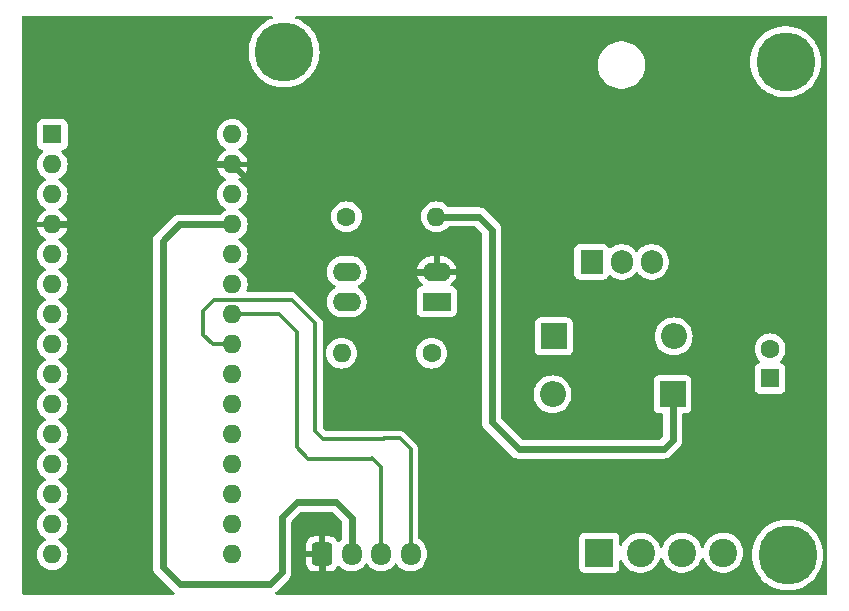
<source format=gbr>
%TF.GenerationSoftware,KiCad,Pcbnew,8.0.7*%
%TF.CreationDate,2025-07-22T20:11:00+09:00*%
%TF.ProjectId,Arduino magnetic gate,41726475-696e-46f2-906d-61676e657469,rev?*%
%TF.SameCoordinates,Original*%
%TF.FileFunction,Copper,L1,Top*%
%TF.FilePolarity,Positive*%
%FSLAX46Y46*%
G04 Gerber Fmt 4.6, Leading zero omitted, Abs format (unit mm)*
G04 Created by KiCad (PCBNEW 8.0.7) date 2025-07-22 20:11:00*
%MOMM*%
%LPD*%
G01*
G04 APERTURE LIST*
G04 Aperture macros list*
%AMRoundRect*
0 Rectangle with rounded corners*
0 $1 Rounding radius*
0 $2 $3 $4 $5 $6 $7 $8 $9 X,Y pos of 4 corners*
0 Add a 4 corners polygon primitive as box body*
4,1,4,$2,$3,$4,$5,$6,$7,$8,$9,$2,$3,0*
0 Add four circle primitives for the rounded corners*
1,1,$1+$1,$2,$3*
1,1,$1+$1,$4,$5*
1,1,$1+$1,$6,$7*
1,1,$1+$1,$8,$9*
0 Add four rect primitives between the rounded corners*
20,1,$1+$1,$2,$3,$4,$5,0*
20,1,$1+$1,$4,$5,$6,$7,0*
20,1,$1+$1,$6,$7,$8,$9,0*
20,1,$1+$1,$8,$9,$2,$3,0*%
G04 Aperture macros list end*
%TA.AperFunction,ComponentPad*%
%ADD10R,1.905000X2.000000*%
%TD*%
%TA.AperFunction,ComponentPad*%
%ADD11O,1.905000X2.000000*%
%TD*%
%TA.AperFunction,ComponentPad*%
%ADD12O,1.700000X1.950000*%
%TD*%
%TA.AperFunction,ComponentPad*%
%ADD13RoundRect,0.250000X-0.600000X-0.725000X0.600000X-0.725000X0.600000X0.725000X-0.600000X0.725000X0*%
%TD*%
%TA.AperFunction,ComponentPad*%
%ADD14R,2.400000X2.400000*%
%TD*%
%TA.AperFunction,ComponentPad*%
%ADD15C,2.400000*%
%TD*%
%TA.AperFunction,ComponentPad*%
%ADD16O,2.200000X2.200000*%
%TD*%
%TA.AperFunction,ComponentPad*%
%ADD17R,2.200000X2.200000*%
%TD*%
%TA.AperFunction,ComponentPad*%
%ADD18R,1.600000X1.600000*%
%TD*%
%TA.AperFunction,ComponentPad*%
%ADD19C,1.600000*%
%TD*%
%TA.AperFunction,ComponentPad*%
%ADD20R,2.400000X1.600000*%
%TD*%
%TA.AperFunction,ComponentPad*%
%ADD21O,2.400000X1.600000*%
%TD*%
%TA.AperFunction,ComponentPad*%
%ADD22O,1.600000X1.600000*%
%TD*%
%TA.AperFunction,ViaPad*%
%ADD23C,5.000000*%
%TD*%
%TA.AperFunction,Conductor*%
%ADD24C,0.609600*%
%TD*%
%TA.AperFunction,Conductor*%
%ADD25C,0.304800*%
%TD*%
G04 APERTURE END LIST*
D10*
%TO.P,Q2,1,G*%
%TO.N,Net-(Q2-G)*%
X207391000Y-103057600D03*
D11*
%TO.P,Q2,2,D*%
%TO.N,Coil*%
X209931000Y-103057600D03*
%TO.P,Q2,3,S*%
%TO.N,GND*%
X212471000Y-103057600D03*
%TD*%
D12*
%TO.P,J2,4,Pin_4*%
%TO.N,Net-(A1-SDA{slash}A4)*%
X192074800Y-127787400D03*
%TO.P,J2,3,Pin_3*%
%TO.N,Net-(A1-SCL{slash}A5)*%
X189574800Y-127787400D03*
%TO.P,J2,2,Pin_2*%
%TO.N,+5V*%
X187074800Y-127787400D03*
D13*
%TO.P,J2,1,Pin_1*%
%TO.N,GND2*%
X184574800Y-127787400D03*
%TD*%
D14*
%TO.P,J1,1,Pin_1*%
%TO.N,GND*%
X208041600Y-127685800D03*
D15*
%TO.P,J1,2,Pin_2*%
%TO.N,Net-(D2-A)*%
X211541600Y-127685800D03*
%TO.P,J1,3,Pin_3*%
%TO.N,Coil*%
X215041600Y-127685800D03*
%TO.P,J1,4,Pin_4*%
%TO.N,+12C*%
X218541600Y-127685800D03*
%TD*%
D16*
%TO.P,D2,2,A*%
%TO.N,Net-(D2-A)*%
X204089000Y-114274600D03*
D17*
%TO.P,D2,1,K*%
%TO.N,+12C*%
X214249000Y-114274600D03*
%TD*%
D18*
%TO.P,C1,1*%
%TO.N,+12C*%
X222504000Y-112928400D03*
D19*
%TO.P,C1,2*%
%TO.N,GND*%
X222504000Y-110428400D03*
%TD*%
D20*
%TO.P,U1,1*%
%TO.N,Net-(R1-Pad1)*%
X194274200Y-106431000D03*
D21*
%TO.P,U1,2*%
%TO.N,GND2*%
X194274200Y-103891000D03*
%TO.P,U1,3*%
%TO.N,GND*%
X186654200Y-103891000D03*
%TO.P,U1,4*%
%TO.N,Net-(Q2-G)*%
X186654200Y-106431000D03*
%TD*%
D19*
%TO.P,R2,1*%
%TO.N,Net-(Q2-G)*%
X186639200Y-99237800D03*
D22*
%TO.P,R2,2*%
%TO.N,+12C*%
X194259200Y-99237800D03*
%TD*%
D19*
%TO.P,R1,1*%
%TO.N,Net-(R1-Pad1)*%
X193852800Y-110794800D03*
D22*
%TO.P,R1,2*%
%TO.N,Net-(A1-D7)*%
X186232800Y-110794800D03*
%TD*%
D17*
%TO.P,D1,1,K*%
%TO.N,Coil*%
X204190600Y-109372400D03*
D16*
%TO.P,D1,2,A*%
%TO.N,GND*%
X214350600Y-109372400D03*
%TD*%
D18*
%TO.P,A1,1,D1/TX*%
%TO.N,unconnected-(A1-D1{slash}TX-Pad1)*%
X161731800Y-92278200D03*
D22*
%TO.P,A1,2,D0/RX*%
%TO.N,unconnected-(A1-D0{slash}RX-Pad2)*%
X161731800Y-94818200D03*
%TO.P,A1,3,~{RESET}*%
%TO.N,unconnected-(A1-~{RESET}-Pad3)*%
X161731800Y-97358200D03*
%TO.P,A1,4,GND*%
%TO.N,GND2*%
X161731800Y-99898200D03*
%TO.P,A1,5,D2*%
%TO.N,unconnected-(A1-D2-Pad5)*%
X161731800Y-102438200D03*
%TO.P,A1,6,D3*%
%TO.N,unconnected-(A1-D3-Pad6)*%
X161731800Y-104978200D03*
%TO.P,A1,7,D4*%
%TO.N,unconnected-(A1-D4-Pad7)*%
X161731800Y-107518200D03*
%TO.P,A1,8,D5*%
%TO.N,unconnected-(A1-D5-Pad8)*%
X161731800Y-110058200D03*
%TO.P,A1,9,D6*%
%TO.N,unconnected-(A1-D6-Pad9)*%
X161731800Y-112598200D03*
%TO.P,A1,10,D7*%
%TO.N,Net-(A1-D7)*%
X161731800Y-115138200D03*
%TO.P,A1,11,D8*%
%TO.N,unconnected-(A1-D8-Pad11)*%
X161731800Y-117678200D03*
%TO.P,A1,12,D9*%
%TO.N,unconnected-(A1-D9-Pad12)*%
X161731800Y-120218200D03*
%TO.P,A1,13,D10/CS*%
%TO.N,unconnected-(A1-D10{slash}CS-Pad13)*%
X161731800Y-122758200D03*
%TO.P,A1,14,D11/COPI*%
%TO.N,unconnected-(A1-D11{slash}COPI-Pad14)*%
X161731800Y-125298200D03*
%TO.P,A1,15,D12/CIPO*%
%TO.N,unconnected-(A1-D12{slash}CIPO-Pad15)*%
X161731800Y-127838200D03*
%TO.P,A1,16,D13/SCK*%
%TO.N,unconnected-(A1-D13{slash}SCK-Pad16)*%
X176971800Y-127838200D03*
%TO.P,A1,17,3V3*%
%TO.N,unconnected-(A1-3V3-Pad17)*%
X176971800Y-125298200D03*
%TO.P,A1,18,REF*%
%TO.N,unconnected-(A1-REF-Pad18)*%
X176971800Y-122758200D03*
%TO.P,A1,19,A0*%
%TO.N,unconnected-(A1-A0-Pad19)*%
X176971800Y-120218200D03*
%TO.P,A1,20,A1*%
%TO.N,unconnected-(A1-A1-Pad20)*%
X176971800Y-117678200D03*
%TO.P,A1,21,A2*%
%TO.N,unconnected-(A1-A2-Pad21)*%
X176971800Y-115138200D03*
%TO.P,A1,22,A3*%
%TO.N,unconnected-(A1-A3-Pad22)*%
X176971800Y-112598200D03*
%TO.P,A1,23,SDA/A4*%
%TO.N,Net-(A1-SDA{slash}A4)*%
X176971800Y-110058200D03*
%TO.P,A1,24,SCL/A5*%
%TO.N,Net-(A1-SCL{slash}A5)*%
X176971800Y-107518200D03*
%TO.P,A1,25,A6*%
%TO.N,unconnected-(A1-A6-Pad25)*%
X176971800Y-104978200D03*
%TO.P,A1,26,A7*%
%TO.N,unconnected-(A1-A7-Pad26)*%
X176971800Y-102438200D03*
%TO.P,A1,27,VUSB/5V*%
%TO.N,+5V*%
X176971800Y-99898200D03*
%TO.P,A1,28,REC*%
%TO.N,unconnected-(A1-REC-Pad28)*%
X176971800Y-97358200D03*
%TO.P,A1,29,GND*%
%TO.N,GND2*%
X176971800Y-94818200D03*
%TO.P,A1,30,VIN*%
%TO.N,unconnected-(A1-VIN-Pad30)*%
X176971800Y-92278200D03*
%TD*%
D23*
%TO.N,*%
X181356000Y-85293200D03*
X223824800Y-86131400D03*
X224003800Y-127877500D03*
%TD*%
D24*
%TO.N,+5V*%
X172466000Y-99898200D02*
X176971800Y-99898200D01*
X171069000Y-128905000D02*
X171069000Y-101295200D01*
X181178200Y-129362200D02*
X180187600Y-130352800D01*
X171069000Y-101295200D02*
X172466000Y-99898200D01*
X181178200Y-124663200D02*
X181178200Y-129362200D01*
X180187600Y-130352800D02*
X172516800Y-130352800D01*
X182448200Y-123393200D02*
X181178200Y-124663200D01*
X185750200Y-123393200D02*
X182448200Y-123393200D01*
X187074800Y-124717800D02*
X185750200Y-123393200D01*
X187074800Y-127787400D02*
X187074800Y-124717800D01*
X172516800Y-130352800D02*
X171069000Y-128905000D01*
%TO.N,GND2*%
X189001400Y-112928400D02*
X189052200Y-112877600D01*
X189001400Y-114249200D02*
X189001400Y-112928400D01*
X189941200Y-115189000D02*
X189001400Y-114249200D01*
X189052200Y-112877600D02*
X189052200Y-108559600D01*
X193243200Y-115189000D02*
X189941200Y-115189000D01*
X195503800Y-117449600D02*
X193243200Y-115189000D01*
X195503800Y-128270000D02*
X195503800Y-117449600D01*
X193192400Y-130581400D02*
X195503800Y-128270000D01*
X185115200Y-130581400D02*
X193192400Y-130581400D01*
X184574800Y-130041000D02*
X185115200Y-130581400D01*
X184574800Y-127787400D02*
X184574800Y-130041000D01*
X189052200Y-108559600D02*
X190017400Y-108559600D01*
X186105800Y-108559600D02*
X189052200Y-108559600D01*
X192120600Y-103891000D02*
X194274200Y-103891000D01*
X191135000Y-104876600D02*
X192120600Y-103891000D01*
X190017400Y-108559600D02*
X191135000Y-107442000D01*
X191135000Y-107442000D02*
X191135000Y-104876600D01*
X180975000Y-103428800D02*
X186105800Y-108559600D01*
X180975000Y-98821400D02*
X180975000Y-103428800D01*
X176971800Y-94818200D02*
X180975000Y-98821400D01*
X165455600Y-99898200D02*
X161731800Y-99898200D01*
X170535600Y-94818200D02*
X165455600Y-99898200D01*
X176971800Y-94818200D02*
X170535600Y-94818200D01*
%TO.N,+12C*%
X197840600Y-99237800D02*
X194259200Y-99237800D01*
X198932800Y-100330000D02*
X197840600Y-99237800D01*
X198932800Y-116636800D02*
X198932800Y-100330000D01*
X213487000Y-118922800D02*
X201218800Y-118922800D01*
X201218800Y-118922800D02*
X198932800Y-116636800D01*
X214249000Y-118160800D02*
X213487000Y-118922800D01*
X214249000Y-114274600D02*
X214249000Y-118160800D01*
D25*
%TO.N,Net-(A1-SDA{slash}A4)*%
X191135000Y-118008400D02*
X192074800Y-118948200D01*
X189788800Y-118033800D02*
X189814200Y-118008400D01*
X183997600Y-117373400D02*
X184658000Y-118033800D01*
X189814200Y-118008400D02*
X191135000Y-118008400D01*
X183997600Y-108280200D02*
X183997600Y-117373400D01*
X184658000Y-118033800D02*
X189788800Y-118033800D01*
X192074800Y-118948200D02*
X192074800Y-127787400D01*
X174472600Y-107238800D02*
X175437800Y-106273600D01*
X175310800Y-110058200D02*
X174472600Y-109220000D01*
X174472600Y-109220000D02*
X174472600Y-107238800D01*
X176971800Y-110058200D02*
X175310800Y-110058200D01*
X175437800Y-106273600D02*
X181991000Y-106273600D01*
X181991000Y-106273600D02*
X183997600Y-108280200D01*
%TO.N,Net-(A1-SCL{slash}A5)*%
X189574800Y-120461400D02*
X189574800Y-127787400D01*
X188823600Y-119710200D02*
X189574800Y-120461400D01*
X183413400Y-119761000D02*
X188772800Y-119761000D01*
X182422800Y-108991400D02*
X182422800Y-118770400D01*
X180949600Y-107518200D02*
X182422800Y-108991400D01*
X188772800Y-119761000D02*
X188823600Y-119710200D01*
X176971800Y-107518200D02*
X180949600Y-107518200D01*
X182422800Y-118770400D02*
X183413400Y-119761000D01*
%TD*%
%TA.AperFunction,Conductor*%
%TO.N,GND2*%
G36*
X180376735Y-82244685D02*
G01*
X180422490Y-82297489D01*
X180432434Y-82366647D01*
X180403409Y-82430203D01*
X180352106Y-82465522D01*
X180165547Y-82533423D01*
X180165541Y-82533426D01*
X179853203Y-82690288D01*
X179561194Y-82882346D01*
X179561186Y-82882352D01*
X179293442Y-83107017D01*
X179293440Y-83107019D01*
X179053589Y-83361244D01*
X179053584Y-83361250D01*
X178844870Y-83641602D01*
X178670113Y-83944291D01*
X178670107Y-83944304D01*
X178531674Y-84265227D01*
X178431430Y-84600065D01*
X178431428Y-84600072D01*
X178370739Y-84944261D01*
X178370738Y-84944272D01*
X178350415Y-85293196D01*
X178350415Y-85293203D01*
X178370738Y-85642127D01*
X178370739Y-85642138D01*
X178431428Y-85986327D01*
X178431430Y-85986334D01*
X178531674Y-86321172D01*
X178670107Y-86642095D01*
X178670113Y-86642108D01*
X178844870Y-86944797D01*
X179053584Y-87225149D01*
X179053589Y-87225155D01*
X179109390Y-87284300D01*
X179293442Y-87479383D01*
X179469903Y-87627451D01*
X179561186Y-87704047D01*
X179561194Y-87704053D01*
X179853203Y-87896111D01*
X179853207Y-87896113D01*
X180165549Y-88052977D01*
X180493989Y-88172519D01*
X180834086Y-88253123D01*
X181181241Y-88293700D01*
X181181248Y-88293700D01*
X181530752Y-88293700D01*
X181530759Y-88293700D01*
X181877914Y-88253123D01*
X182218011Y-88172519D01*
X182546451Y-88052977D01*
X182858793Y-87896113D01*
X183127380Y-87719460D01*
X183150805Y-87704053D01*
X183150805Y-87704052D01*
X183150811Y-87704049D01*
X183418558Y-87479383D01*
X183658412Y-87225153D01*
X183867130Y-86944796D01*
X184041889Y-86642104D01*
X184180326Y-86321171D01*
X184196702Y-86266472D01*
X207930500Y-86266472D01*
X207930500Y-86528727D01*
X207945428Y-86642108D01*
X207964730Y-86788716D01*
X208006552Y-86944797D01*
X208032602Y-87042018D01*
X208032605Y-87042028D01*
X208132953Y-87284290D01*
X208132958Y-87284300D01*
X208264075Y-87511403D01*
X208423718Y-87719451D01*
X208423726Y-87719460D01*
X208609140Y-87904874D01*
X208609148Y-87904881D01*
X208817196Y-88064524D01*
X209044299Y-88195641D01*
X209044309Y-88195646D01*
X209281033Y-88293700D01*
X209286581Y-88295998D01*
X209539884Y-88363870D01*
X209799880Y-88398100D01*
X209799887Y-88398100D01*
X210062113Y-88398100D01*
X210062120Y-88398100D01*
X210322116Y-88363870D01*
X210575419Y-88295998D01*
X210817697Y-88195643D01*
X211044803Y-88064524D01*
X211252851Y-87904882D01*
X211252855Y-87904877D01*
X211252860Y-87904874D01*
X211438274Y-87719460D01*
X211438277Y-87719455D01*
X211438282Y-87719451D01*
X211597924Y-87511403D01*
X211729043Y-87284297D01*
X211829398Y-87042019D01*
X211897270Y-86788716D01*
X211931500Y-86528720D01*
X211931500Y-86266480D01*
X211913715Y-86131396D01*
X220819215Y-86131396D01*
X220819215Y-86131403D01*
X220839538Y-86480327D01*
X220839539Y-86480338D01*
X220900228Y-86824527D01*
X220900230Y-86824534D01*
X221000474Y-87159372D01*
X221138907Y-87480295D01*
X221138913Y-87480308D01*
X221313670Y-87782997D01*
X221522384Y-88063349D01*
X221522389Y-88063355D01*
X221625380Y-88172518D01*
X221762242Y-88317583D01*
X221858199Y-88398100D01*
X222029986Y-88542247D01*
X222029994Y-88542253D01*
X222322003Y-88734311D01*
X222322007Y-88734313D01*
X222634349Y-88891177D01*
X222962789Y-89010719D01*
X223302886Y-89091323D01*
X223650041Y-89131900D01*
X223650048Y-89131900D01*
X223999552Y-89131900D01*
X223999559Y-89131900D01*
X224346714Y-89091323D01*
X224686811Y-89010719D01*
X225015251Y-88891177D01*
X225327593Y-88734313D01*
X225619611Y-88542249D01*
X225887358Y-88317583D01*
X226127212Y-88063353D01*
X226335930Y-87782996D01*
X226510689Y-87480304D01*
X226649126Y-87159371D01*
X226749369Y-86824536D01*
X226755686Y-86788714D01*
X226810060Y-86480338D01*
X226810059Y-86480338D01*
X226810062Y-86480327D01*
X226830385Y-86131400D01*
X226810062Y-85782473D01*
X226804895Y-85753171D01*
X226749371Y-85438272D01*
X226749369Y-85438265D01*
X226749369Y-85438264D01*
X226649126Y-85103429D01*
X226510689Y-84782496D01*
X226347131Y-84499205D01*
X226335929Y-84479802D01*
X226127215Y-84199450D01*
X226127210Y-84199444D01*
X226011233Y-84076517D01*
X225887358Y-83945217D01*
X225739288Y-83820972D01*
X225619613Y-83720552D01*
X225619605Y-83720546D01*
X225327596Y-83528488D01*
X225015258Y-83371626D01*
X225015252Y-83371623D01*
X224686812Y-83252081D01*
X224686809Y-83252080D01*
X224346715Y-83171477D01*
X224303319Y-83166404D01*
X223999559Y-83130900D01*
X223650041Y-83130900D01*
X223346280Y-83166404D01*
X223302885Y-83171477D01*
X223302883Y-83171477D01*
X222962790Y-83252080D01*
X222962787Y-83252081D01*
X222634347Y-83371623D01*
X222634341Y-83371626D01*
X222322003Y-83528488D01*
X222029994Y-83720546D01*
X222029986Y-83720552D01*
X221762242Y-83945217D01*
X221762240Y-83945219D01*
X221522389Y-84199444D01*
X221522384Y-84199450D01*
X221313670Y-84479802D01*
X221138913Y-84782491D01*
X221138907Y-84782504D01*
X221000474Y-85103427D01*
X220900230Y-85438265D01*
X220900228Y-85438272D01*
X220839539Y-85782461D01*
X220839538Y-85782472D01*
X220819215Y-86131396D01*
X211913715Y-86131396D01*
X211897270Y-86006484D01*
X211829398Y-85753181D01*
X211829394Y-85753171D01*
X211729046Y-85510909D01*
X211729041Y-85510899D01*
X211597924Y-85283796D01*
X211438281Y-85075748D01*
X211438274Y-85075740D01*
X211252860Y-84890326D01*
X211252851Y-84890318D01*
X211044803Y-84730675D01*
X210817700Y-84599558D01*
X210817690Y-84599553D01*
X210575428Y-84499205D01*
X210575421Y-84499203D01*
X210575419Y-84499202D01*
X210322116Y-84431330D01*
X210264339Y-84423723D01*
X210062127Y-84397100D01*
X210062120Y-84397100D01*
X209799880Y-84397100D01*
X209799872Y-84397100D01*
X209568772Y-84427526D01*
X209539884Y-84431330D01*
X209358983Y-84479802D01*
X209286581Y-84499202D01*
X209286571Y-84499205D01*
X209044309Y-84599553D01*
X209044299Y-84599558D01*
X208817196Y-84730675D01*
X208609148Y-84890318D01*
X208423718Y-85075748D01*
X208264075Y-85283796D01*
X208132958Y-85510899D01*
X208132953Y-85510909D01*
X208032605Y-85753171D01*
X208032602Y-85753181D01*
X208024757Y-85782461D01*
X207964730Y-86006485D01*
X207930500Y-86266472D01*
X184196702Y-86266472D01*
X184280569Y-85986336D01*
X184316518Y-85782461D01*
X184341260Y-85642138D01*
X184341259Y-85642138D01*
X184341262Y-85642127D01*
X184361585Y-85293200D01*
X184361037Y-85283797D01*
X184350532Y-85103429D01*
X184341262Y-84944273D01*
X184331750Y-84890326D01*
X184280571Y-84600072D01*
X184280569Y-84600065D01*
X184280569Y-84600064D01*
X184180326Y-84265229D01*
X184041889Y-83944296D01*
X183867130Y-83641604D01*
X183867129Y-83641602D01*
X183658415Y-83361250D01*
X183658410Y-83361244D01*
X183441090Y-83130900D01*
X183418558Y-83107017D01*
X183270488Y-82982772D01*
X183150813Y-82882352D01*
X183150805Y-82882346D01*
X182858796Y-82690288D01*
X182546458Y-82533426D01*
X182546452Y-82533423D01*
X182359894Y-82465522D01*
X182303630Y-82424096D01*
X182278694Y-82358827D01*
X182293004Y-82290439D01*
X182342015Y-82240643D01*
X182402304Y-82225000D01*
X227238900Y-82225000D01*
X227305939Y-82244685D01*
X227351694Y-82297489D01*
X227362900Y-82349000D01*
X227362900Y-131112600D01*
X227343215Y-131179639D01*
X227290411Y-131225394D01*
X227238900Y-131236600D01*
X180723176Y-131236600D01*
X180656137Y-131216915D01*
X180610382Y-131164111D01*
X180600438Y-131094953D01*
X180629463Y-131031397D01*
X180654286Y-131009498D01*
X180688422Y-130986687D01*
X180700949Y-130978318D01*
X180813118Y-130866149D01*
X180813119Y-130866147D01*
X180820185Y-130859081D01*
X180820188Y-130859077D01*
X181691545Y-129987720D01*
X181691549Y-129987718D01*
X181803718Y-129875549D01*
X181891848Y-129743653D01*
X181952553Y-129597097D01*
X181958992Y-129564726D01*
X181966079Y-129529097D01*
X181983501Y-129441517D01*
X181983501Y-129277775D01*
X181983500Y-129277749D01*
X181983500Y-125048128D01*
X182003185Y-124981089D01*
X182019819Y-124960447D01*
X182745447Y-124234819D01*
X182806770Y-124201334D01*
X182833128Y-124198500D01*
X185365272Y-124198500D01*
X185432311Y-124218185D01*
X185452953Y-124234819D01*
X186233181Y-125015047D01*
X186266666Y-125076370D01*
X186269500Y-125102728D01*
X186269500Y-126514993D01*
X186249815Y-126582032D01*
X186218387Y-126615310D01*
X186195010Y-126632294D01*
X186055835Y-126771469D01*
X185994512Y-126804953D01*
X185924820Y-126799969D01*
X185868887Y-126758097D01*
X185862615Y-126748884D01*
X185767115Y-126594054D01*
X185643145Y-126470084D01*
X185493924Y-126378043D01*
X185493919Y-126378041D01*
X185327497Y-126322894D01*
X185327490Y-126322893D01*
X185224786Y-126312400D01*
X184824800Y-126312400D01*
X184824800Y-127383254D01*
X184758143Y-127344770D01*
X184637335Y-127312400D01*
X184512265Y-127312400D01*
X184391457Y-127344770D01*
X184324800Y-127383254D01*
X184324800Y-126312400D01*
X183924828Y-126312400D01*
X183924812Y-126312401D01*
X183822102Y-126322894D01*
X183655680Y-126378041D01*
X183655675Y-126378043D01*
X183506454Y-126470084D01*
X183382484Y-126594054D01*
X183290443Y-126743275D01*
X183290441Y-126743280D01*
X183235294Y-126909702D01*
X183235293Y-126909709D01*
X183224800Y-127012413D01*
X183224800Y-127537400D01*
X184170654Y-127537400D01*
X184132170Y-127604057D01*
X184099800Y-127724865D01*
X184099800Y-127849935D01*
X184132170Y-127970743D01*
X184170654Y-128037400D01*
X183224801Y-128037400D01*
X183224801Y-128562386D01*
X183235294Y-128665097D01*
X183290441Y-128831519D01*
X183290443Y-128831524D01*
X183382484Y-128980745D01*
X183506454Y-129104715D01*
X183655675Y-129196756D01*
X183655680Y-129196758D01*
X183822102Y-129251905D01*
X183822109Y-129251906D01*
X183924819Y-129262399D01*
X184324799Y-129262399D01*
X184324800Y-129262398D01*
X184324800Y-128191545D01*
X184391457Y-128230030D01*
X184512265Y-128262400D01*
X184637335Y-128262400D01*
X184758143Y-128230030D01*
X184824800Y-128191545D01*
X184824800Y-129262399D01*
X185224772Y-129262399D01*
X185224786Y-129262398D01*
X185327497Y-129251905D01*
X185493919Y-129196758D01*
X185493924Y-129196756D01*
X185643145Y-129104715D01*
X185767117Y-128980743D01*
X185862615Y-128825916D01*
X185914563Y-128779191D01*
X185983525Y-128767968D01*
X186047608Y-128795812D01*
X186055835Y-128803331D01*
X186195013Y-128942509D01*
X186366979Y-129067448D01*
X186366981Y-129067449D01*
X186366984Y-129067451D01*
X186556388Y-129163957D01*
X186758557Y-129229646D01*
X186968513Y-129262900D01*
X186968514Y-129262900D01*
X187181086Y-129262900D01*
X187181087Y-129262900D01*
X187391043Y-129229646D01*
X187593212Y-129163957D01*
X187782616Y-129067451D01*
X187814466Y-129044311D01*
X187954586Y-128942509D01*
X187954588Y-128942506D01*
X187954592Y-128942504D01*
X188104904Y-128792192D01*
X188224483Y-128627604D01*
X188279811Y-128584940D01*
X188349424Y-128578961D01*
X188411220Y-128611566D01*
X188425113Y-128627599D01*
X188527096Y-128767968D01*
X188544696Y-128792192D01*
X188695013Y-128942509D01*
X188866979Y-129067448D01*
X188866981Y-129067449D01*
X188866984Y-129067451D01*
X189056388Y-129163957D01*
X189258557Y-129229646D01*
X189468513Y-129262900D01*
X189468514Y-129262900D01*
X189681086Y-129262900D01*
X189681087Y-129262900D01*
X189891043Y-129229646D01*
X190093212Y-129163957D01*
X190282616Y-129067451D01*
X190314466Y-129044311D01*
X190454586Y-128942509D01*
X190454588Y-128942506D01*
X190454592Y-128942504D01*
X190604904Y-128792192D01*
X190724483Y-128627604D01*
X190779811Y-128584940D01*
X190849424Y-128578961D01*
X190911220Y-128611566D01*
X190925113Y-128627599D01*
X191027096Y-128767968D01*
X191044696Y-128792192D01*
X191195013Y-128942509D01*
X191366979Y-129067448D01*
X191366981Y-129067449D01*
X191366984Y-129067451D01*
X191556388Y-129163957D01*
X191758557Y-129229646D01*
X191968513Y-129262900D01*
X191968514Y-129262900D01*
X192181086Y-129262900D01*
X192181087Y-129262900D01*
X192391043Y-129229646D01*
X192593212Y-129163957D01*
X192782616Y-129067451D01*
X192814466Y-129044311D01*
X192954586Y-128942509D01*
X192954588Y-128942506D01*
X192954592Y-128942504D01*
X193104904Y-128792192D01*
X193104906Y-128792188D01*
X193104909Y-128792186D01*
X193229848Y-128620220D01*
X193229847Y-128620220D01*
X193229851Y-128620216D01*
X193326357Y-128430812D01*
X193392046Y-128228643D01*
X193425300Y-128018687D01*
X193425300Y-127556113D01*
X193392046Y-127346157D01*
X193326357Y-127143988D01*
X193229851Y-126954584D01*
X193229849Y-126954581D01*
X193229848Y-126954579D01*
X193104909Y-126782613D01*
X192954590Y-126632294D01*
X192954585Y-126632290D01*
X192778815Y-126504586D01*
X192736149Y-126449256D01*
X192734023Y-126437935D01*
X206341100Y-126437935D01*
X206341100Y-128933670D01*
X206341101Y-128933676D01*
X206347508Y-128993283D01*
X206397802Y-129128128D01*
X206397806Y-129128135D01*
X206484052Y-129243344D01*
X206484055Y-129243347D01*
X206599264Y-129329593D01*
X206599271Y-129329597D01*
X206734117Y-129379891D01*
X206734116Y-129379891D01*
X206741044Y-129380635D01*
X206793727Y-129386300D01*
X209289472Y-129386299D01*
X209349083Y-129379891D01*
X209483931Y-129329596D01*
X209599146Y-129243346D01*
X209685396Y-129128131D01*
X209735691Y-128993283D01*
X209742100Y-128933673D01*
X209742099Y-128410654D01*
X209761783Y-128343618D01*
X209814587Y-128297863D01*
X209883746Y-128287919D01*
X209947302Y-128316944D01*
X209981527Y-128365353D01*
X210005207Y-128425688D01*
X210132641Y-128646412D01*
X210291550Y-128845677D01*
X210478383Y-129019032D01*
X210688966Y-129162605D01*
X210688971Y-129162607D01*
X210688972Y-129162608D01*
X210688973Y-129162609D01*
X210759881Y-129196756D01*
X210918592Y-129273187D01*
X210918593Y-129273187D01*
X210918596Y-129273189D01*
X211162142Y-129348313D01*
X211414165Y-129386300D01*
X211669035Y-129386300D01*
X211921058Y-129348313D01*
X212164604Y-129273189D01*
X212394234Y-129162605D01*
X212604817Y-129019032D01*
X212791650Y-128845677D01*
X212950559Y-128646412D01*
X213077993Y-128425688D01*
X213171108Y-128188437D01*
X213171110Y-128188424D01*
X213172478Y-128183996D01*
X213173924Y-128184442D01*
X213204813Y-128129212D01*
X213266473Y-128096352D01*
X213336110Y-128102043D01*
X213391616Y-128144480D01*
X213409792Y-128184282D01*
X213410722Y-128183996D01*
X213412090Y-128188430D01*
X213412092Y-128188437D01*
X213505207Y-128425688D01*
X213632641Y-128646412D01*
X213791550Y-128845677D01*
X213978383Y-129019032D01*
X214188966Y-129162605D01*
X214188971Y-129162607D01*
X214188972Y-129162608D01*
X214188973Y-129162609D01*
X214259881Y-129196756D01*
X214418592Y-129273187D01*
X214418593Y-129273187D01*
X214418596Y-129273189D01*
X214662142Y-129348313D01*
X214914165Y-129386300D01*
X215169035Y-129386300D01*
X215421058Y-129348313D01*
X215664604Y-129273189D01*
X215894234Y-129162605D01*
X216104817Y-129019032D01*
X216291650Y-128845677D01*
X216450559Y-128646412D01*
X216577993Y-128425688D01*
X216671108Y-128188437D01*
X216671110Y-128188424D01*
X216672478Y-128183996D01*
X216673924Y-128184442D01*
X216704813Y-128129212D01*
X216766473Y-128096352D01*
X216836110Y-128102043D01*
X216891616Y-128144480D01*
X216909792Y-128184282D01*
X216910722Y-128183996D01*
X216912090Y-128188430D01*
X216912092Y-128188437D01*
X217005207Y-128425688D01*
X217132641Y-128646412D01*
X217291550Y-128845677D01*
X217478383Y-129019032D01*
X217688966Y-129162605D01*
X217688971Y-129162607D01*
X217688972Y-129162608D01*
X217688973Y-129162609D01*
X217759881Y-129196756D01*
X217918592Y-129273187D01*
X217918593Y-129273187D01*
X217918596Y-129273189D01*
X218162142Y-129348313D01*
X218414165Y-129386300D01*
X218669035Y-129386300D01*
X218921058Y-129348313D01*
X219164604Y-129273189D01*
X219394234Y-129162605D01*
X219604817Y-129019032D01*
X219791650Y-128845677D01*
X219950559Y-128646412D01*
X220077993Y-128425688D01*
X220171108Y-128188437D01*
X220227822Y-127939957D01*
X220232503Y-127877496D01*
X220998215Y-127877496D01*
X220998215Y-127877503D01*
X221018538Y-128226427D01*
X221018539Y-128226438D01*
X221079228Y-128570627D01*
X221079230Y-128570634D01*
X221179474Y-128905472D01*
X221317907Y-129226395D01*
X221317913Y-129226408D01*
X221492670Y-129529097D01*
X221701384Y-129809449D01*
X221701389Y-129809455D01*
X221763746Y-129875549D01*
X221941242Y-130063683D01*
X222117703Y-130211751D01*
X222208986Y-130288347D01*
X222208994Y-130288353D01*
X222501003Y-130480411D01*
X222501007Y-130480413D01*
X222813349Y-130637277D01*
X223141789Y-130756819D01*
X223481886Y-130837423D01*
X223829041Y-130878000D01*
X223829048Y-130878000D01*
X224178552Y-130878000D01*
X224178559Y-130878000D01*
X224525714Y-130837423D01*
X224865811Y-130756819D01*
X225194251Y-130637277D01*
X225506593Y-130480413D01*
X225798611Y-130288349D01*
X226066358Y-130063683D01*
X226306212Y-129809453D01*
X226514930Y-129529096D01*
X226689689Y-129226404D01*
X226828126Y-128905471D01*
X226928369Y-128570636D01*
X226932638Y-128546430D01*
X226989060Y-128226438D01*
X226989059Y-128226438D01*
X226989062Y-128226427D01*
X227009385Y-127877500D01*
X227007779Y-127849935D01*
X227000495Y-127724865D01*
X226989062Y-127528573D01*
X226971971Y-127431643D01*
X226928371Y-127184372D01*
X226928369Y-127184365D01*
X226915366Y-127140932D01*
X226828126Y-126849529D01*
X226689689Y-126528596D01*
X226514930Y-126225904D01*
X226502339Y-126208991D01*
X226306215Y-125945550D01*
X226306210Y-125945544D01*
X226190233Y-125822617D01*
X226066358Y-125691317D01*
X225868013Y-125524886D01*
X225798613Y-125466652D01*
X225798605Y-125466646D01*
X225506596Y-125274588D01*
X225194258Y-125117726D01*
X225194252Y-125117723D01*
X224865812Y-124998181D01*
X224865809Y-124998180D01*
X224525715Y-124917577D01*
X224482319Y-124912504D01*
X224178559Y-124877000D01*
X223829041Y-124877000D01*
X223525280Y-124912504D01*
X223481885Y-124917577D01*
X223481883Y-124917577D01*
X223141790Y-124998180D01*
X223141787Y-124998181D01*
X222813347Y-125117723D01*
X222813341Y-125117726D01*
X222501003Y-125274588D01*
X222208994Y-125466646D01*
X222208986Y-125466652D01*
X221941242Y-125691317D01*
X221941240Y-125691319D01*
X221701389Y-125945544D01*
X221701384Y-125945550D01*
X221492670Y-126225902D01*
X221317913Y-126528591D01*
X221317907Y-126528604D01*
X221179474Y-126849527D01*
X221079230Y-127184365D01*
X221079228Y-127184372D01*
X221018539Y-127528561D01*
X221018538Y-127528572D01*
X220998215Y-127877496D01*
X220232503Y-127877496D01*
X220246868Y-127685800D01*
X220240742Y-127604057D01*
X220227822Y-127431645D01*
X220218707Y-127391711D01*
X220171108Y-127183163D01*
X220077993Y-126945912D01*
X219950559Y-126725188D01*
X219791650Y-126525923D01*
X219604817Y-126352568D01*
X219394234Y-126208995D01*
X219394230Y-126208993D01*
X219394227Y-126208991D01*
X219394226Y-126208990D01*
X219164606Y-126098412D01*
X219164608Y-126098412D01*
X218921066Y-126023289D01*
X218921062Y-126023288D01*
X218921058Y-126023287D01*
X218799831Y-126005014D01*
X218669040Y-125985300D01*
X218669035Y-125985300D01*
X218414165Y-125985300D01*
X218414159Y-125985300D01*
X218257209Y-126008957D01*
X218162142Y-126023287D01*
X218162139Y-126023288D01*
X218162133Y-126023289D01*
X217918592Y-126098412D01*
X217688973Y-126208990D01*
X217688972Y-126208991D01*
X217478382Y-126352568D01*
X217291552Y-126525921D01*
X217291550Y-126525923D01*
X217132641Y-126725188D01*
X217005208Y-126945909D01*
X216912092Y-127183162D01*
X216910722Y-127187604D01*
X216909277Y-127187158D01*
X216878380Y-127242393D01*
X216816717Y-127275249D01*
X216747080Y-127269552D01*
X216691578Y-127227111D01*
X216673405Y-127187317D01*
X216672478Y-127187604D01*
X216671109Y-127183169D01*
X216671108Y-127183163D01*
X216577993Y-126945912D01*
X216450559Y-126725188D01*
X216291650Y-126525923D01*
X216104817Y-126352568D01*
X215894234Y-126208995D01*
X215894230Y-126208993D01*
X215894227Y-126208991D01*
X215894226Y-126208990D01*
X215664606Y-126098412D01*
X215664608Y-126098412D01*
X215421066Y-126023289D01*
X215421062Y-126023288D01*
X215421058Y-126023287D01*
X215299831Y-126005014D01*
X215169040Y-125985300D01*
X215169035Y-125985300D01*
X214914165Y-125985300D01*
X214914159Y-125985300D01*
X214757209Y-126008957D01*
X214662142Y-126023287D01*
X214662139Y-126023288D01*
X214662133Y-126023289D01*
X214418592Y-126098412D01*
X214188973Y-126208990D01*
X214188972Y-126208991D01*
X213978382Y-126352568D01*
X213791552Y-126525921D01*
X213791550Y-126525923D01*
X213632641Y-126725188D01*
X213505208Y-126945909D01*
X213412092Y-127183162D01*
X213410722Y-127187604D01*
X213409277Y-127187158D01*
X213378380Y-127242393D01*
X213316717Y-127275249D01*
X213247080Y-127269552D01*
X213191578Y-127227111D01*
X213173405Y-127187317D01*
X213172478Y-127187604D01*
X213171109Y-127183169D01*
X213171108Y-127183163D01*
X213077993Y-126945912D01*
X212950559Y-126725188D01*
X212791650Y-126525923D01*
X212604817Y-126352568D01*
X212394234Y-126208995D01*
X212394230Y-126208993D01*
X212394227Y-126208991D01*
X212394226Y-126208990D01*
X212164606Y-126098412D01*
X212164608Y-126098412D01*
X211921066Y-126023289D01*
X211921062Y-126023288D01*
X211921058Y-126023287D01*
X211799831Y-126005014D01*
X211669040Y-125985300D01*
X211669035Y-125985300D01*
X211414165Y-125985300D01*
X211414159Y-125985300D01*
X211257209Y-126008957D01*
X211162142Y-126023287D01*
X211162139Y-126023288D01*
X211162133Y-126023289D01*
X210918592Y-126098412D01*
X210688973Y-126208990D01*
X210688972Y-126208991D01*
X210478382Y-126352568D01*
X210291552Y-126525921D01*
X210291550Y-126525923D01*
X210132641Y-126725188D01*
X210005208Y-126945909D01*
X209981527Y-127006247D01*
X209938710Y-127061461D01*
X209872840Y-127084761D01*
X209804830Y-127068750D01*
X209756272Y-127018511D01*
X209742099Y-126960944D01*
X209742099Y-126437929D01*
X209742098Y-126437923D01*
X209742097Y-126437916D01*
X209735691Y-126378317D01*
X209726087Y-126352568D01*
X209685397Y-126243471D01*
X209685393Y-126243464D01*
X209599147Y-126128255D01*
X209599144Y-126128252D01*
X209483935Y-126042006D01*
X209483928Y-126042002D01*
X209349082Y-125991708D01*
X209349083Y-125991708D01*
X209289483Y-125985301D01*
X209289481Y-125985300D01*
X209289473Y-125985300D01*
X209289464Y-125985300D01*
X206793729Y-125985300D01*
X206793723Y-125985301D01*
X206734116Y-125991708D01*
X206599271Y-126042002D01*
X206599264Y-126042006D01*
X206484055Y-126128252D01*
X206484052Y-126128255D01*
X206397806Y-126243464D01*
X206397802Y-126243471D01*
X206347508Y-126378317D01*
X206341101Y-126437916D01*
X206341101Y-126437923D01*
X206341100Y-126437935D01*
X192734023Y-126437935D01*
X192727700Y-126404268D01*
X192727700Y-118883892D01*
X192702610Y-118757761D01*
X192702609Y-118757760D01*
X192702609Y-118757756D01*
X192653392Y-118638936D01*
X192651570Y-118636209D01*
X192581941Y-118532001D01*
X192581939Y-118531998D01*
X192581938Y-118531997D01*
X191551205Y-117501263D01*
X191551204Y-117501262D01*
X191476748Y-117451513D01*
X191444264Y-117429808D01*
X191325444Y-117380591D01*
X191325438Y-117380589D01*
X191199307Y-117355500D01*
X191199305Y-117355500D01*
X189749895Y-117355500D01*
X189749893Y-117355500D01*
X189634181Y-117378517D01*
X189609989Y-117380900D01*
X184979802Y-117380900D01*
X184912763Y-117361215D01*
X184892121Y-117344581D01*
X184686819Y-117139278D01*
X184653334Y-117077955D01*
X184650500Y-117051597D01*
X184650500Y-110794798D01*
X184927332Y-110794798D01*
X184927332Y-110794801D01*
X184947164Y-111021486D01*
X184947166Y-111021497D01*
X185006058Y-111241288D01*
X185006061Y-111241297D01*
X185102231Y-111447532D01*
X185102232Y-111447534D01*
X185232754Y-111633941D01*
X185393658Y-111794845D01*
X185393661Y-111794847D01*
X185580066Y-111925368D01*
X185786304Y-112021539D01*
X186006108Y-112080435D01*
X186168030Y-112094601D01*
X186232798Y-112100268D01*
X186232800Y-112100268D01*
X186232802Y-112100268D01*
X186289473Y-112095309D01*
X186459492Y-112080435D01*
X186679296Y-112021539D01*
X186885534Y-111925368D01*
X187071939Y-111794847D01*
X187232847Y-111633939D01*
X187363368Y-111447534D01*
X187459539Y-111241296D01*
X187518435Y-111021492D01*
X187538268Y-110794800D01*
X187538268Y-110794798D01*
X192547332Y-110794798D01*
X192547332Y-110794801D01*
X192567164Y-111021486D01*
X192567166Y-111021497D01*
X192626058Y-111241288D01*
X192626061Y-111241297D01*
X192722231Y-111447532D01*
X192722232Y-111447534D01*
X192852754Y-111633941D01*
X193013658Y-111794845D01*
X193013661Y-111794847D01*
X193200066Y-111925368D01*
X193406304Y-112021539D01*
X193626108Y-112080435D01*
X193788030Y-112094601D01*
X193852798Y-112100268D01*
X193852800Y-112100268D01*
X193852802Y-112100268D01*
X193909473Y-112095309D01*
X194079492Y-112080435D01*
X194299296Y-112021539D01*
X194505534Y-111925368D01*
X194691939Y-111794847D01*
X194852847Y-111633939D01*
X194983368Y-111447534D01*
X195079539Y-111241296D01*
X195138435Y-111021492D01*
X195158268Y-110794800D01*
X195138435Y-110568108D01*
X195079539Y-110348304D01*
X194983368Y-110142066D01*
X194852847Y-109955661D01*
X194852845Y-109955658D01*
X194691941Y-109794754D01*
X194505534Y-109664232D01*
X194505532Y-109664231D01*
X194299297Y-109568061D01*
X194299288Y-109568058D01*
X194079497Y-109509166D01*
X194079493Y-109509165D01*
X194079492Y-109509165D01*
X194079491Y-109509164D01*
X194079486Y-109509164D01*
X193852802Y-109489332D01*
X193852798Y-109489332D01*
X193626113Y-109509164D01*
X193626102Y-109509166D01*
X193406311Y-109568058D01*
X193406302Y-109568061D01*
X193200067Y-109664231D01*
X193200065Y-109664232D01*
X193013658Y-109794754D01*
X192852754Y-109955658D01*
X192722232Y-110142065D01*
X192722231Y-110142067D01*
X192626061Y-110348302D01*
X192626058Y-110348311D01*
X192567166Y-110568102D01*
X192567164Y-110568113D01*
X192547332Y-110794798D01*
X187538268Y-110794798D01*
X187518435Y-110568108D01*
X187459539Y-110348304D01*
X187363368Y-110142066D01*
X187232847Y-109955661D01*
X187232845Y-109955658D01*
X187071941Y-109794754D01*
X186885534Y-109664232D01*
X186885532Y-109664231D01*
X186679297Y-109568061D01*
X186679288Y-109568058D01*
X186459497Y-109509166D01*
X186459493Y-109509165D01*
X186459492Y-109509165D01*
X186459491Y-109509164D01*
X186459486Y-109509164D01*
X186232802Y-109489332D01*
X186232798Y-109489332D01*
X186006113Y-109509164D01*
X186006102Y-109509166D01*
X185786311Y-109568058D01*
X185786302Y-109568061D01*
X185580067Y-109664231D01*
X185580065Y-109664232D01*
X185393658Y-109794754D01*
X185232754Y-109955658D01*
X185102232Y-110142065D01*
X185102231Y-110142067D01*
X185006061Y-110348302D01*
X185006058Y-110348311D01*
X184947166Y-110568102D01*
X184947164Y-110568113D01*
X184927332Y-110794798D01*
X184650500Y-110794798D01*
X184650500Y-108215892D01*
X184625410Y-108089761D01*
X184625409Y-108089760D01*
X184625409Y-108089756D01*
X184576192Y-107970936D01*
X184572023Y-107964696D01*
X184572023Y-107964695D01*
X184504744Y-107864005D01*
X184504738Y-107863997D01*
X182407205Y-105766463D01*
X182407204Y-105766462D01*
X182407200Y-105766459D01*
X182300264Y-105695008D01*
X182181444Y-105645791D01*
X182181438Y-105645789D01*
X182055307Y-105620700D01*
X182055305Y-105620700D01*
X178301782Y-105620700D01*
X178234743Y-105601015D01*
X178188988Y-105548211D01*
X178179044Y-105479053D01*
X178189399Y-105444297D01*
X178191856Y-105439028D01*
X178198539Y-105424696D01*
X178257435Y-105204892D01*
X178275073Y-105003284D01*
X178277268Y-104978201D01*
X178277268Y-104978198D01*
X178271236Y-104909251D01*
X178257435Y-104751508D01*
X178212716Y-104584615D01*
X178198541Y-104531711D01*
X178198538Y-104531702D01*
X178194164Y-104522321D01*
X178102368Y-104325466D01*
X177971847Y-104139061D01*
X177971845Y-104139058D01*
X177810941Y-103978154D01*
X177624534Y-103847632D01*
X177624528Y-103847629D01*
X177566525Y-103820582D01*
X177530256Y-103788648D01*
X184953700Y-103788648D01*
X184953700Y-103993351D01*
X184985722Y-104195534D01*
X185048981Y-104390223D01*
X185105628Y-104501397D01*
X185134519Y-104558099D01*
X185141915Y-104572613D01*
X185262228Y-104738213D01*
X185406986Y-104882971D01*
X185538060Y-104978200D01*
X185572590Y-105003287D01*
X185661773Y-105048728D01*
X185665280Y-105050515D01*
X185716076Y-105098490D01*
X185732871Y-105166311D01*
X185710334Y-105232446D01*
X185665280Y-105271485D01*
X185572586Y-105318715D01*
X185406986Y-105439028D01*
X185262228Y-105583786D01*
X185141915Y-105749386D01*
X185048981Y-105931776D01*
X184985722Y-106126465D01*
X184953700Y-106328648D01*
X184953700Y-106533351D01*
X184985722Y-106735534D01*
X185048981Y-106930223D01*
X185090170Y-107011059D01*
X185123696Y-107076858D01*
X185141915Y-107112613D01*
X185262228Y-107278213D01*
X185406986Y-107422971D01*
X185538060Y-107518200D01*
X185572590Y-107543287D01*
X185661412Y-107588544D01*
X185754976Y-107636218D01*
X185754978Y-107636218D01*
X185754981Y-107636220D01*
X185859337Y-107670127D01*
X185949665Y-107699477D01*
X186050757Y-107715488D01*
X186151848Y-107731500D01*
X186151849Y-107731500D01*
X187156551Y-107731500D01*
X187156552Y-107731500D01*
X187358734Y-107699477D01*
X187553419Y-107636220D01*
X187735810Y-107543287D01*
X187832661Y-107472921D01*
X187901413Y-107422971D01*
X187901415Y-107422968D01*
X187901419Y-107422966D01*
X188046166Y-107278219D01*
X188046168Y-107278215D01*
X188046171Y-107278213D01*
X188139116Y-107150283D01*
X188166487Y-107112610D01*
X188259420Y-106930219D01*
X188322677Y-106735534D01*
X188354700Y-106533352D01*
X188354700Y-106328648D01*
X188335106Y-106204939D01*
X188322677Y-106126465D01*
X188259418Y-105931776D01*
X188225703Y-105865607D01*
X188166487Y-105749390D01*
X188158756Y-105738749D01*
X188046171Y-105583786D01*
X188045520Y-105583135D01*
X192573700Y-105583135D01*
X192573700Y-107278870D01*
X192573701Y-107278876D01*
X192580108Y-107338483D01*
X192630402Y-107473328D01*
X192630406Y-107473335D01*
X192716652Y-107588544D01*
X192716655Y-107588547D01*
X192831864Y-107674793D01*
X192831871Y-107674797D01*
X192966717Y-107725091D01*
X192966716Y-107725091D01*
X192973644Y-107725835D01*
X193026327Y-107731500D01*
X195522072Y-107731499D01*
X195581683Y-107725091D01*
X195716531Y-107674796D01*
X195831746Y-107588546D01*
X195917996Y-107473331D01*
X195968291Y-107338483D01*
X195974700Y-107278873D01*
X195974699Y-105583128D01*
X195968291Y-105523517D01*
X195917996Y-105388669D01*
X195917995Y-105388668D01*
X195917993Y-105388664D01*
X195831747Y-105273455D01*
X195831744Y-105273452D01*
X195716535Y-105187206D01*
X195716528Y-105187202D01*
X195581682Y-105136908D01*
X195581684Y-105136908D01*
X195544017Y-105132859D01*
X195479466Y-105106121D01*
X195439618Y-105048728D01*
X195437125Y-104978903D01*
X195472778Y-104918814D01*
X195484389Y-104909251D01*
X195521092Y-104882585D01*
X195665782Y-104737895D01*
X195665782Y-104737894D01*
X195786059Y-104572349D01*
X195878955Y-104390029D01*
X195942190Y-104195413D01*
X195950809Y-104141000D01*
X194589886Y-104141000D01*
X194594280Y-104136606D01*
X194646941Y-104045394D01*
X194674200Y-103943661D01*
X194674200Y-103838339D01*
X194646941Y-103736606D01*
X194594280Y-103645394D01*
X194589886Y-103641000D01*
X195950809Y-103641000D01*
X195942190Y-103586586D01*
X195878955Y-103391970D01*
X195786059Y-103209650D01*
X195665782Y-103044105D01*
X195665782Y-103044104D01*
X195521095Y-102899417D01*
X195355549Y-102779140D01*
X195173231Y-102686244D01*
X194978617Y-102623009D01*
X194776517Y-102591000D01*
X194524200Y-102591000D01*
X194524200Y-103575314D01*
X194519806Y-103570920D01*
X194428594Y-103518259D01*
X194326861Y-103491000D01*
X194221539Y-103491000D01*
X194119806Y-103518259D01*
X194028594Y-103570920D01*
X194024200Y-103575314D01*
X194024200Y-102591000D01*
X193771883Y-102591000D01*
X193569782Y-102623009D01*
X193375168Y-102686244D01*
X193192850Y-102779140D01*
X193027305Y-102899417D01*
X193027304Y-102899417D01*
X192882617Y-103044104D01*
X192882617Y-103044105D01*
X192762340Y-103209650D01*
X192669444Y-103391970D01*
X192606209Y-103586586D01*
X192597591Y-103641000D01*
X193958514Y-103641000D01*
X193954120Y-103645394D01*
X193901459Y-103736606D01*
X193874200Y-103838339D01*
X193874200Y-103943661D01*
X193901459Y-104045394D01*
X193954120Y-104136606D01*
X193958514Y-104141000D01*
X192597591Y-104141000D01*
X192606209Y-104195413D01*
X192669444Y-104390029D01*
X192762340Y-104572349D01*
X192882617Y-104737894D01*
X192882617Y-104737895D01*
X193027304Y-104882582D01*
X193027310Y-104882587D01*
X193064011Y-104909252D01*
X193106677Y-104964582D01*
X193112656Y-105034195D01*
X193080050Y-105095990D01*
X193019212Y-105130347D01*
X193004380Y-105132860D01*
X192966716Y-105136908D01*
X192831871Y-105187202D01*
X192831864Y-105187206D01*
X192716655Y-105273452D01*
X192716652Y-105273455D01*
X192630406Y-105388664D01*
X192630402Y-105388671D01*
X192580108Y-105523517D01*
X192573701Y-105583116D01*
X192573701Y-105583123D01*
X192573700Y-105583135D01*
X188045520Y-105583135D01*
X187901413Y-105439028D01*
X187735814Y-105318715D01*
X187729206Y-105315348D01*
X187643117Y-105271483D01*
X187592323Y-105223511D01*
X187575528Y-105155690D01*
X187598065Y-105089555D01*
X187643117Y-105050516D01*
X187735810Y-105003287D01*
X187789083Y-104964582D01*
X187901413Y-104882971D01*
X187901415Y-104882968D01*
X187901419Y-104882966D01*
X188046166Y-104738219D01*
X188046168Y-104738215D01*
X188046171Y-104738213D01*
X188098932Y-104665590D01*
X188166487Y-104572610D01*
X188259420Y-104390219D01*
X188322677Y-104195534D01*
X188354700Y-103993352D01*
X188354700Y-103788648D01*
X188335106Y-103664939D01*
X188322677Y-103586465D01*
X188259418Y-103391776D01*
X188225703Y-103325607D01*
X188166487Y-103209390D01*
X188158756Y-103198749D01*
X188046171Y-103043786D01*
X187901413Y-102899028D01*
X187735813Y-102778715D01*
X187735812Y-102778714D01*
X187735810Y-102778713D01*
X187678853Y-102749691D01*
X187553423Y-102685781D01*
X187358734Y-102622522D01*
X187184195Y-102594878D01*
X187156552Y-102590500D01*
X186151848Y-102590500D01*
X186127529Y-102594351D01*
X185949665Y-102622522D01*
X185754976Y-102685781D01*
X185572586Y-102778715D01*
X185406986Y-102899028D01*
X185262228Y-103043786D01*
X185141915Y-103209386D01*
X185048981Y-103391776D01*
X184985722Y-103586465D01*
X184953700Y-103788648D01*
X177530256Y-103788648D01*
X177514085Y-103774410D01*
X177494933Y-103707217D01*
X177515148Y-103640335D01*
X177566525Y-103595818D01*
X177586323Y-103586586D01*
X177624534Y-103568768D01*
X177810939Y-103438247D01*
X177971847Y-103277339D01*
X178102368Y-103090934D01*
X178198539Y-102884696D01*
X178257435Y-102664892D01*
X178277268Y-102438200D01*
X178257435Y-102211508D01*
X178203370Y-102009735D01*
X178198541Y-101991711D01*
X178198538Y-101991702D01*
X178102368Y-101785466D01*
X178004639Y-101645893D01*
X177971845Y-101599058D01*
X177810941Y-101438154D01*
X177624534Y-101307632D01*
X177624528Y-101307629D01*
X177566525Y-101280582D01*
X177514085Y-101234410D01*
X177494933Y-101167217D01*
X177515148Y-101100335D01*
X177566525Y-101055818D01*
X177567119Y-101055541D01*
X177624534Y-101028768D01*
X177810939Y-100898247D01*
X177971847Y-100737339D01*
X178102368Y-100550934D01*
X178198539Y-100344696D01*
X178257435Y-100124892D01*
X178277268Y-99898200D01*
X178257435Y-99671508D01*
X178198539Y-99451704D01*
X178102368Y-99245466D01*
X178096999Y-99237798D01*
X185333732Y-99237798D01*
X185333732Y-99237801D01*
X185353564Y-99464486D01*
X185353566Y-99464497D01*
X185412458Y-99684288D01*
X185412461Y-99684297D01*
X185508631Y-99890532D01*
X185508632Y-99890534D01*
X185639154Y-100076941D01*
X185800058Y-100237845D01*
X185800061Y-100237847D01*
X185986466Y-100368368D01*
X186192704Y-100464539D01*
X186412508Y-100523435D01*
X186574430Y-100537601D01*
X186639198Y-100543268D01*
X186639200Y-100543268D01*
X186639202Y-100543268D01*
X186695873Y-100538309D01*
X186865892Y-100523435D01*
X187085696Y-100464539D01*
X187291934Y-100368368D01*
X187478339Y-100237847D01*
X187639247Y-100076939D01*
X187769768Y-99890534D01*
X187865939Y-99684296D01*
X187924835Y-99464492D01*
X187944668Y-99237800D01*
X187944668Y-99237798D01*
X192953732Y-99237798D01*
X192953732Y-99237801D01*
X192973564Y-99464486D01*
X192973566Y-99464497D01*
X193032458Y-99684288D01*
X193032461Y-99684297D01*
X193128631Y-99890532D01*
X193128632Y-99890534D01*
X193259154Y-100076941D01*
X193420058Y-100237845D01*
X193420061Y-100237847D01*
X193606466Y-100368368D01*
X193812704Y-100464539D01*
X194032508Y-100523435D01*
X194194430Y-100537601D01*
X194259198Y-100543268D01*
X194259200Y-100543268D01*
X194259202Y-100543268D01*
X194315873Y-100538309D01*
X194485892Y-100523435D01*
X194705696Y-100464539D01*
X194911934Y-100368368D01*
X195098339Y-100237847D01*
X195130979Y-100205207D01*
X195256768Y-100079419D01*
X195318091Y-100045934D01*
X195344449Y-100043100D01*
X197455672Y-100043100D01*
X197522711Y-100062785D01*
X197543353Y-100079419D01*
X198091181Y-100627247D01*
X198124666Y-100688570D01*
X198127500Y-100714928D01*
X198127500Y-116552349D01*
X198127499Y-116552375D01*
X198127499Y-116557485D01*
X198127499Y-116716115D01*
X198127499Y-116716117D01*
X198127498Y-116716117D01*
X198151955Y-116839061D01*
X198151955Y-116839062D01*
X198158445Y-116871690D01*
X198158447Y-116871699D01*
X198219148Y-117018246D01*
X198219155Y-117018259D01*
X198307281Y-117150148D01*
X198307284Y-117150152D01*
X198423770Y-117266638D01*
X198423792Y-117266658D01*
X200590156Y-119433022D01*
X200590185Y-119433053D01*
X200705447Y-119548315D01*
X200705451Y-119548318D01*
X200837340Y-119636444D01*
X200837353Y-119636451D01*
X200936203Y-119677395D01*
X200982797Y-119696695D01*
X200983903Y-119697153D01*
X201022798Y-119704889D01*
X201139481Y-119728100D01*
X201139484Y-119728100D01*
X201139485Y-119728100D01*
X213401551Y-119728100D01*
X213401571Y-119728101D01*
X213407685Y-119728101D01*
X213566317Y-119728101D01*
X213670982Y-119707280D01*
X213721897Y-119697153D01*
X213767596Y-119678223D01*
X213868450Y-119636450D01*
X213878604Y-119629665D01*
X213878603Y-119629665D01*
X214000349Y-119548318D01*
X214112518Y-119436149D01*
X214112519Y-119436147D01*
X214119585Y-119429081D01*
X214119588Y-119429077D01*
X214762345Y-118786320D01*
X214762349Y-118786318D01*
X214874518Y-118674149D01*
X214962648Y-118542253D01*
X214963192Y-118540940D01*
X215023354Y-118395697D01*
X215054301Y-118240115D01*
X215054301Y-118081484D01*
X215054301Y-118076374D01*
X215054300Y-118076348D01*
X215054300Y-115999099D01*
X215073985Y-115932060D01*
X215126789Y-115886305D01*
X215178300Y-115875099D01*
X215396871Y-115875099D01*
X215396872Y-115875099D01*
X215456483Y-115868691D01*
X215591331Y-115818396D01*
X215706546Y-115732146D01*
X215792796Y-115616931D01*
X215843091Y-115482083D01*
X215849500Y-115422473D01*
X215849499Y-113126728D01*
X215843091Y-113067117D01*
X215809017Y-112975761D01*
X215792797Y-112932271D01*
X215792793Y-112932264D01*
X215706547Y-112817055D01*
X215706544Y-112817052D01*
X215591335Y-112730806D01*
X215591328Y-112730802D01*
X215456482Y-112680508D01*
X215456483Y-112680508D01*
X215396883Y-112674101D01*
X215396881Y-112674100D01*
X215396873Y-112674100D01*
X215396864Y-112674100D01*
X213101129Y-112674100D01*
X213101123Y-112674101D01*
X213041516Y-112680508D01*
X212906671Y-112730802D01*
X212906664Y-112730806D01*
X212791455Y-112817052D01*
X212791452Y-112817055D01*
X212705206Y-112932264D01*
X212705202Y-112932271D01*
X212654908Y-113067117D01*
X212648501Y-113126716D01*
X212648501Y-113126723D01*
X212648500Y-113126735D01*
X212648500Y-115422470D01*
X212648501Y-115422476D01*
X212654908Y-115482083D01*
X212705202Y-115616928D01*
X212705206Y-115616935D01*
X212791452Y-115732144D01*
X212791455Y-115732147D01*
X212906664Y-115818393D01*
X212906671Y-115818397D01*
X212951618Y-115835161D01*
X213041517Y-115868691D01*
X213101127Y-115875100D01*
X213319700Y-115875099D01*
X213386739Y-115894783D01*
X213432494Y-115947587D01*
X213443700Y-115999099D01*
X213443700Y-117775872D01*
X213424015Y-117842911D01*
X213407381Y-117863553D01*
X213189753Y-118081181D01*
X213128430Y-118114666D01*
X213102072Y-118117500D01*
X201603728Y-118117500D01*
X201536689Y-118097815D01*
X201516047Y-118081181D01*
X199774419Y-116339553D01*
X199740934Y-116278230D01*
X199738100Y-116251872D01*
X199738100Y-114274600D01*
X202483551Y-114274600D01*
X202503317Y-114525751D01*
X202562126Y-114770710D01*
X202658533Y-115003459D01*
X202790160Y-115218253D01*
X202790161Y-115218256D01*
X202790164Y-115218259D01*
X202953776Y-115409824D01*
X203102066Y-115536475D01*
X203145343Y-115573438D01*
X203145346Y-115573439D01*
X203360140Y-115705066D01*
X203592889Y-115801473D01*
X203837852Y-115860283D01*
X204089000Y-115880049D01*
X204340148Y-115860283D01*
X204585111Y-115801473D01*
X204817859Y-115705066D01*
X205032659Y-115573436D01*
X205224224Y-115409824D01*
X205387836Y-115218259D01*
X205519466Y-115003459D01*
X205615873Y-114770711D01*
X205674683Y-114525748D01*
X205694449Y-114274600D01*
X205674683Y-114023452D01*
X205615873Y-113778489D01*
X205519466Y-113545741D01*
X205519466Y-113545740D01*
X205387839Y-113330946D01*
X205387838Y-113330943D01*
X205350875Y-113287666D01*
X205224224Y-113139376D01*
X205097571Y-113031204D01*
X205032656Y-112975761D01*
X205032653Y-112975760D01*
X204817859Y-112844133D01*
X204585110Y-112747726D01*
X204340151Y-112688917D01*
X204089000Y-112669151D01*
X203837848Y-112688917D01*
X203592889Y-112747726D01*
X203360140Y-112844133D01*
X203145346Y-112975760D01*
X203145343Y-112975761D01*
X202953776Y-113139376D01*
X202790161Y-113330943D01*
X202790160Y-113330946D01*
X202658533Y-113545740D01*
X202562126Y-113778489D01*
X202503317Y-114023448D01*
X202483551Y-114274600D01*
X199738100Y-114274600D01*
X199738100Y-108224535D01*
X202590100Y-108224535D01*
X202590100Y-110520270D01*
X202590101Y-110520276D01*
X202596508Y-110579883D01*
X202646802Y-110714728D01*
X202646806Y-110714735D01*
X202733052Y-110829944D01*
X202733055Y-110829947D01*
X202848264Y-110916193D01*
X202848271Y-110916197D01*
X202983117Y-110966491D01*
X202983116Y-110966491D01*
X202990044Y-110967235D01*
X203042727Y-110972900D01*
X205338472Y-110972899D01*
X205398083Y-110966491D01*
X205532931Y-110916196D01*
X205648146Y-110829946D01*
X205734396Y-110714731D01*
X205784691Y-110579883D01*
X205791100Y-110520273D01*
X205791099Y-109372400D01*
X212745151Y-109372400D01*
X212764917Y-109623551D01*
X212823726Y-109868510D01*
X212920133Y-110101259D01*
X213051760Y-110316053D01*
X213051761Y-110316056D01*
X213051764Y-110316059D01*
X213215376Y-110507624D01*
X213363666Y-110634275D01*
X213406943Y-110671238D01*
X213406946Y-110671239D01*
X213621740Y-110802866D01*
X213795618Y-110874888D01*
X213854489Y-110899273D01*
X214099452Y-110958083D01*
X214350600Y-110977849D01*
X214601748Y-110958083D01*
X214846711Y-110899273D01*
X215079459Y-110802866D01*
X215294259Y-110671236D01*
X215485824Y-110507624D01*
X215553489Y-110428398D01*
X221198532Y-110428398D01*
X221198532Y-110428401D01*
X221218364Y-110655086D01*
X221218366Y-110655097D01*
X221277258Y-110874888D01*
X221277261Y-110874897D01*
X221373431Y-111081132D01*
X221373432Y-111081134D01*
X221503954Y-111267541D01*
X221661086Y-111424673D01*
X221694571Y-111485996D01*
X221689587Y-111555688D01*
X221647715Y-111611621D01*
X221601932Y-111633028D01*
X221596522Y-111634306D01*
X221461671Y-111684602D01*
X221461664Y-111684606D01*
X221346455Y-111770852D01*
X221346452Y-111770855D01*
X221260206Y-111886064D01*
X221260202Y-111886071D01*
X221209908Y-112020917D01*
X221203510Y-112080433D01*
X221203501Y-112080523D01*
X221203500Y-112080535D01*
X221203500Y-113776270D01*
X221203501Y-113776276D01*
X221209908Y-113835883D01*
X221260202Y-113970728D01*
X221260206Y-113970735D01*
X221346452Y-114085944D01*
X221346455Y-114085947D01*
X221461664Y-114172193D01*
X221461671Y-114172197D01*
X221596517Y-114222491D01*
X221596516Y-114222491D01*
X221603444Y-114223235D01*
X221656127Y-114228900D01*
X223351872Y-114228899D01*
X223411483Y-114222491D01*
X223546331Y-114172196D01*
X223661546Y-114085946D01*
X223747796Y-113970731D01*
X223798091Y-113835883D01*
X223804500Y-113776273D01*
X223804499Y-112080528D01*
X223798091Y-112020917D01*
X223769949Y-111945465D01*
X223747797Y-111886071D01*
X223747793Y-111886064D01*
X223661547Y-111770855D01*
X223661544Y-111770852D01*
X223546335Y-111684606D01*
X223546328Y-111684602D01*
X223411483Y-111634308D01*
X223406079Y-111633032D01*
X223345363Y-111598460D01*
X223312976Y-111536549D01*
X223319202Y-111466958D01*
X223346910Y-111424675D01*
X223504047Y-111267539D01*
X223634568Y-111081134D01*
X223730739Y-110874896D01*
X223789635Y-110655092D01*
X223809468Y-110428400D01*
X223789635Y-110201708D01*
X223730739Y-109981904D01*
X223634568Y-109775666D01*
X223504047Y-109589261D01*
X223504045Y-109589258D01*
X223343141Y-109428354D01*
X223156734Y-109297832D01*
X223156732Y-109297831D01*
X222950497Y-109201661D01*
X222950488Y-109201658D01*
X222730697Y-109142766D01*
X222730693Y-109142765D01*
X222730692Y-109142765D01*
X222730691Y-109142764D01*
X222730686Y-109142764D01*
X222504002Y-109122932D01*
X222503998Y-109122932D01*
X222277313Y-109142764D01*
X222277302Y-109142766D01*
X222057511Y-109201658D01*
X222057502Y-109201661D01*
X221851267Y-109297831D01*
X221851265Y-109297832D01*
X221664858Y-109428354D01*
X221503954Y-109589258D01*
X221373432Y-109775665D01*
X221373431Y-109775667D01*
X221277261Y-109981902D01*
X221277258Y-109981911D01*
X221218366Y-110201702D01*
X221218364Y-110201713D01*
X221198532Y-110428398D01*
X215553489Y-110428398D01*
X215649436Y-110316059D01*
X215781066Y-110101259D01*
X215877473Y-109868511D01*
X215936283Y-109623548D01*
X215956049Y-109372400D01*
X215936283Y-109121252D01*
X215877473Y-108876289D01*
X215841393Y-108789184D01*
X215781066Y-108643540D01*
X215649439Y-108428746D01*
X215649438Y-108428743D01*
X215612475Y-108385466D01*
X215485824Y-108237176D01*
X215359171Y-108129004D01*
X215294256Y-108073561D01*
X215294253Y-108073560D01*
X215079459Y-107941933D01*
X214846710Y-107845526D01*
X214601751Y-107786717D01*
X214350600Y-107766951D01*
X214099448Y-107786717D01*
X213854489Y-107845526D01*
X213621740Y-107941933D01*
X213406946Y-108073560D01*
X213406943Y-108073561D01*
X213215376Y-108237176D01*
X213051761Y-108428743D01*
X213051760Y-108428746D01*
X212920133Y-108643540D01*
X212823726Y-108876289D01*
X212764917Y-109121248D01*
X212745151Y-109372400D01*
X205791099Y-109372400D01*
X205791099Y-108224528D01*
X205784691Y-108164917D01*
X205756657Y-108089755D01*
X205734397Y-108030071D01*
X205734393Y-108030064D01*
X205648147Y-107914855D01*
X205648144Y-107914852D01*
X205532935Y-107828606D01*
X205532928Y-107828602D01*
X205398082Y-107778308D01*
X205398083Y-107778308D01*
X205338483Y-107771901D01*
X205338481Y-107771900D01*
X205338473Y-107771900D01*
X205338464Y-107771900D01*
X203042729Y-107771900D01*
X203042723Y-107771901D01*
X202983116Y-107778308D01*
X202848271Y-107828602D01*
X202848264Y-107828606D01*
X202733055Y-107914852D01*
X202733052Y-107914855D01*
X202646806Y-108030064D01*
X202646802Y-108030071D01*
X202596508Y-108164917D01*
X202591939Y-108207419D01*
X202590101Y-108224523D01*
X202590100Y-108224535D01*
X199738100Y-108224535D01*
X199738100Y-102009735D01*
X205938000Y-102009735D01*
X205938000Y-104105470D01*
X205938001Y-104105476D01*
X205944408Y-104165083D01*
X205994702Y-104299928D01*
X205994706Y-104299935D01*
X206080952Y-104415144D01*
X206080955Y-104415147D01*
X206196164Y-104501393D01*
X206196171Y-104501397D01*
X206331017Y-104551691D01*
X206331016Y-104551691D01*
X206337944Y-104552435D01*
X206390627Y-104558100D01*
X208391372Y-104558099D01*
X208450983Y-104551691D01*
X208585831Y-104501396D01*
X208701046Y-104415146D01*
X208787296Y-104299931D01*
X208797690Y-104272060D01*
X208839560Y-104216127D01*
X208905023Y-104191708D01*
X208973297Y-104206558D01*
X208986746Y-104215065D01*
X209169462Y-104347817D01*
X209252308Y-104390029D01*
X209373244Y-104451649D01*
X209590751Y-104522321D01*
X209590752Y-104522321D01*
X209590755Y-104522322D01*
X209816646Y-104558100D01*
X209816647Y-104558100D01*
X210045353Y-104558100D01*
X210045354Y-104558100D01*
X210271245Y-104522322D01*
X210271248Y-104522321D01*
X210271249Y-104522321D01*
X210488755Y-104451649D01*
X210488755Y-104451648D01*
X210488758Y-104451648D01*
X210692538Y-104347817D01*
X210877566Y-104213386D01*
X211039286Y-104051666D01*
X211100683Y-103967159D01*
X211156012Y-103924496D01*
X211225625Y-103918517D01*
X211287420Y-103951123D01*
X211301314Y-103967156D01*
X211362714Y-104051666D01*
X211524434Y-104213386D01*
X211709462Y-104347817D01*
X211792308Y-104390029D01*
X211913244Y-104451649D01*
X212130751Y-104522321D01*
X212130752Y-104522321D01*
X212130755Y-104522322D01*
X212356646Y-104558100D01*
X212356647Y-104558100D01*
X212585353Y-104558100D01*
X212585354Y-104558100D01*
X212811245Y-104522322D01*
X212811248Y-104522321D01*
X212811249Y-104522321D01*
X213028755Y-104451649D01*
X213028755Y-104451648D01*
X213028758Y-104451648D01*
X213232538Y-104347817D01*
X213417566Y-104213386D01*
X213579286Y-104051666D01*
X213713717Y-103866638D01*
X213817548Y-103662858D01*
X213842369Y-103586466D01*
X213888221Y-103445349D01*
X213888221Y-103445348D01*
X213888222Y-103445345D01*
X213924000Y-103219454D01*
X213924000Y-102895746D01*
X213888222Y-102669855D01*
X213888221Y-102669851D01*
X213888221Y-102669850D01*
X213817549Y-102452344D01*
X213810341Y-102438198D01*
X213713717Y-102248562D01*
X213579286Y-102063534D01*
X213417566Y-101901814D01*
X213232538Y-101767383D01*
X213028755Y-101663550D01*
X212811248Y-101592878D01*
X212625812Y-101563508D01*
X212585354Y-101557100D01*
X212356646Y-101557100D01*
X212316188Y-101563508D01*
X212130753Y-101592878D01*
X212130750Y-101592878D01*
X211913244Y-101663550D01*
X211709461Y-101767383D01*
X211643550Y-101815271D01*
X211524434Y-101901814D01*
X211524432Y-101901816D01*
X211524431Y-101901816D01*
X211362715Y-102063532D01*
X211301318Y-102148038D01*
X211245987Y-102190703D01*
X211176374Y-102196682D01*
X211114579Y-102164076D01*
X211100682Y-102148038D01*
X211089773Y-102133023D01*
X211039286Y-102063534D01*
X210877566Y-101901814D01*
X210692538Y-101767383D01*
X210488755Y-101663550D01*
X210271248Y-101592878D01*
X210085812Y-101563508D01*
X210045354Y-101557100D01*
X209816646Y-101557100D01*
X209776188Y-101563508D01*
X209590753Y-101592878D01*
X209590750Y-101592878D01*
X209373244Y-101663550D01*
X209169461Y-101767383D01*
X208986759Y-101900125D01*
X208920952Y-101923605D01*
X208852898Y-101907780D01*
X208804203Y-101857674D01*
X208797690Y-101843138D01*
X208787296Y-101815269D01*
X208787293Y-101815264D01*
X208701047Y-101700055D01*
X208701044Y-101700052D01*
X208585835Y-101613806D01*
X208585828Y-101613802D01*
X208450982Y-101563508D01*
X208450983Y-101563508D01*
X208391383Y-101557101D01*
X208391381Y-101557100D01*
X208391373Y-101557100D01*
X208391364Y-101557100D01*
X206390629Y-101557100D01*
X206390623Y-101557101D01*
X206331016Y-101563508D01*
X206196171Y-101613802D01*
X206196164Y-101613806D01*
X206080955Y-101700052D01*
X206080952Y-101700055D01*
X205994706Y-101815264D01*
X205994702Y-101815271D01*
X205944408Y-101950117D01*
X205938001Y-102009716D01*
X205938000Y-102009735D01*
X199738100Y-102009735D01*
X199738100Y-100415449D01*
X199738101Y-100415428D01*
X199738101Y-100250682D01*
X199707154Y-100095107D01*
X199707152Y-100095101D01*
X199699640Y-100076964D01*
X199699628Y-100076937D01*
X199646451Y-99948554D01*
X199646450Y-99948553D01*
X199646448Y-99948547D01*
X199612808Y-99898201D01*
X199558318Y-99816650D01*
X199443053Y-99701385D01*
X199443022Y-99701356D01*
X198470458Y-98728792D01*
X198470438Y-98728770D01*
X198353952Y-98612284D01*
X198353948Y-98612281D01*
X198222059Y-98524155D01*
X198222046Y-98524148D01*
X198075501Y-98463448D01*
X198075491Y-98463445D01*
X197919917Y-98432499D01*
X197919915Y-98432499D01*
X197761285Y-98432499D01*
X197755171Y-98432499D01*
X197755151Y-98432500D01*
X195344449Y-98432500D01*
X195277410Y-98412815D01*
X195256768Y-98396181D01*
X195098341Y-98237754D01*
X194911934Y-98107232D01*
X194911932Y-98107231D01*
X194705697Y-98011061D01*
X194705688Y-98011058D01*
X194485897Y-97952166D01*
X194485893Y-97952165D01*
X194485892Y-97952165D01*
X194485891Y-97952164D01*
X194485886Y-97952164D01*
X194259202Y-97932332D01*
X194259198Y-97932332D01*
X194032513Y-97952164D01*
X194032502Y-97952166D01*
X193812711Y-98011058D01*
X193812702Y-98011061D01*
X193606467Y-98107231D01*
X193606465Y-98107232D01*
X193420058Y-98237754D01*
X193259154Y-98398658D01*
X193128632Y-98585065D01*
X193128631Y-98585067D01*
X193032461Y-98791302D01*
X193032458Y-98791311D01*
X192973566Y-99011102D01*
X192973564Y-99011113D01*
X192953732Y-99237798D01*
X187944668Y-99237798D01*
X187924835Y-99011108D01*
X187865939Y-98791304D01*
X187769768Y-98585066D01*
X187639247Y-98398661D01*
X187639245Y-98398658D01*
X187478341Y-98237754D01*
X187291934Y-98107232D01*
X187291932Y-98107231D01*
X187085697Y-98011061D01*
X187085688Y-98011058D01*
X186865897Y-97952166D01*
X186865893Y-97952165D01*
X186865892Y-97952165D01*
X186865891Y-97952164D01*
X186865886Y-97952164D01*
X186639202Y-97932332D01*
X186639198Y-97932332D01*
X186412513Y-97952164D01*
X186412502Y-97952166D01*
X186192711Y-98011058D01*
X186192702Y-98011061D01*
X185986467Y-98107231D01*
X185986465Y-98107232D01*
X185800058Y-98237754D01*
X185639154Y-98398658D01*
X185508632Y-98585065D01*
X185508631Y-98585067D01*
X185412461Y-98791302D01*
X185412458Y-98791311D01*
X185353566Y-99011102D01*
X185353564Y-99011113D01*
X185333732Y-99237798D01*
X178096999Y-99237798D01*
X177971847Y-99059061D01*
X177971845Y-99059058D01*
X177810941Y-98898154D01*
X177624534Y-98767632D01*
X177624528Y-98767629D01*
X177566525Y-98740582D01*
X177514085Y-98694410D01*
X177494933Y-98627217D01*
X177515148Y-98560335D01*
X177566525Y-98515818D01*
X177624534Y-98488768D01*
X177810939Y-98358247D01*
X177971847Y-98197339D01*
X178102368Y-98010934D01*
X178198539Y-97804696D01*
X178257435Y-97584892D01*
X178277268Y-97358200D01*
X178257435Y-97131508D01*
X178198539Y-96911704D01*
X178102368Y-96705466D01*
X177971847Y-96519061D01*
X177971845Y-96519058D01*
X177810941Y-96358154D01*
X177624534Y-96227632D01*
X177624532Y-96227631D01*
X177566525Y-96200582D01*
X177565932Y-96200305D01*
X177513494Y-96154134D01*
X177494342Y-96086940D01*
X177514558Y-96020059D01*
X177565934Y-95975541D01*
X177624284Y-95948332D01*
X177810620Y-95817857D01*
X177971457Y-95657020D01*
X178101934Y-95470682D01*
X178198065Y-95264526D01*
X178198069Y-95264517D01*
X178250672Y-95068200D01*
X177404812Y-95068200D01*
X177437725Y-95011193D01*
X177471800Y-94884026D01*
X177471800Y-94752374D01*
X177437725Y-94625207D01*
X177404812Y-94568200D01*
X178250672Y-94568200D01*
X178250672Y-94568199D01*
X178198069Y-94371882D01*
X178198065Y-94371873D01*
X178101934Y-94165717D01*
X177971457Y-93979379D01*
X177810620Y-93818542D01*
X177624282Y-93688065D01*
X177565933Y-93660857D01*
X177513494Y-93614684D01*
X177494342Y-93547491D01*
X177514558Y-93480610D01*
X177565929Y-93436095D01*
X177624534Y-93408768D01*
X177810939Y-93278247D01*
X177971847Y-93117339D01*
X178102368Y-92930934D01*
X178198539Y-92724696D01*
X178257435Y-92504892D01*
X178277268Y-92278200D01*
X178257435Y-92051508D01*
X178198539Y-91831704D01*
X178102368Y-91625466D01*
X177971847Y-91439061D01*
X177971845Y-91439058D01*
X177810941Y-91278154D01*
X177624534Y-91147632D01*
X177624532Y-91147631D01*
X177418297Y-91051461D01*
X177418288Y-91051458D01*
X177198497Y-90992566D01*
X177198493Y-90992565D01*
X177198492Y-90992565D01*
X177198491Y-90992564D01*
X177198486Y-90992564D01*
X176971802Y-90972732D01*
X176971798Y-90972732D01*
X176745113Y-90992564D01*
X176745102Y-90992566D01*
X176525311Y-91051458D01*
X176525302Y-91051461D01*
X176319067Y-91147631D01*
X176319065Y-91147632D01*
X176132658Y-91278154D01*
X175971754Y-91439058D01*
X175841232Y-91625465D01*
X175841231Y-91625467D01*
X175745061Y-91831702D01*
X175745058Y-91831711D01*
X175686166Y-92051502D01*
X175686164Y-92051513D01*
X175666332Y-92278198D01*
X175666332Y-92278201D01*
X175686164Y-92504886D01*
X175686166Y-92504897D01*
X175745058Y-92724688D01*
X175745061Y-92724697D01*
X175841231Y-92930932D01*
X175841232Y-92930934D01*
X175971754Y-93117341D01*
X176132658Y-93278245D01*
X176132661Y-93278247D01*
X176319066Y-93408768D01*
X176377665Y-93436093D01*
X176430105Y-93482265D01*
X176449257Y-93549458D01*
X176429042Y-93616339D01*
X176377667Y-93660857D01*
X176319315Y-93688067D01*
X176132979Y-93818542D01*
X175972142Y-93979379D01*
X175841665Y-94165717D01*
X175745534Y-94371873D01*
X175745530Y-94371882D01*
X175692927Y-94568199D01*
X175692928Y-94568200D01*
X176538788Y-94568200D01*
X176505875Y-94625207D01*
X176471800Y-94752374D01*
X176471800Y-94884026D01*
X176505875Y-95011193D01*
X176538788Y-95068200D01*
X175692928Y-95068200D01*
X175745530Y-95264517D01*
X175745534Y-95264526D01*
X175841665Y-95470682D01*
X175972142Y-95657020D01*
X176132979Y-95817857D01*
X176319318Y-95948334D01*
X176319320Y-95948335D01*
X176377665Y-95975542D01*
X176430105Y-96021714D01*
X176449257Y-96088907D01*
X176429042Y-96155789D01*
X176377667Y-96200305D01*
X176319068Y-96227631D01*
X176319064Y-96227633D01*
X176132658Y-96358154D01*
X175971754Y-96519058D01*
X175841232Y-96705465D01*
X175841231Y-96705467D01*
X175745061Y-96911702D01*
X175745058Y-96911711D01*
X175686166Y-97131502D01*
X175686164Y-97131513D01*
X175666332Y-97358198D01*
X175666332Y-97358201D01*
X175686164Y-97584886D01*
X175686166Y-97584897D01*
X175745058Y-97804688D01*
X175745061Y-97804697D01*
X175841231Y-98010932D01*
X175841232Y-98010934D01*
X175971754Y-98197341D01*
X176132658Y-98358245D01*
X176132661Y-98358247D01*
X176319066Y-98488768D01*
X176377075Y-98515818D01*
X176429514Y-98561991D01*
X176448666Y-98629184D01*
X176428450Y-98696065D01*
X176377075Y-98740582D01*
X176319067Y-98767631D01*
X176319065Y-98767632D01*
X176132658Y-98898154D01*
X175974232Y-99056581D01*
X175912909Y-99090066D01*
X175886551Y-99092900D01*
X172386679Y-99092900D01*
X172231109Y-99123844D01*
X172231105Y-99123846D01*
X172231103Y-99123846D01*
X172231102Y-99123847D01*
X172188177Y-99141627D01*
X172188175Y-99141628D01*
X172084549Y-99184550D01*
X172084540Y-99184555D01*
X171952652Y-99272680D01*
X171896567Y-99328765D01*
X171840482Y-99384851D01*
X171840479Y-99384854D01*
X170555654Y-100669679D01*
X170555651Y-100669682D01*
X170521833Y-100703500D01*
X170443482Y-100781850D01*
X170408480Y-100834235D01*
X170391097Y-100860251D01*
X170373224Y-100886999D01*
X170355352Y-100913746D01*
X170355348Y-100913753D01*
X170294648Y-101060298D01*
X170294645Y-101060308D01*
X170263699Y-101215882D01*
X170263699Y-101380628D01*
X170263700Y-101380649D01*
X170263700Y-128820549D01*
X170263699Y-128820575D01*
X170263699Y-128825685D01*
X170263699Y-128984315D01*
X170263699Y-128984317D01*
X170263698Y-128984317D01*
X170280236Y-129067451D01*
X170291452Y-129123835D01*
X170294647Y-129139897D01*
X170294648Y-129139901D01*
X170355348Y-129286446D01*
X170355355Y-129286459D01*
X170443481Y-129418348D01*
X170443484Y-129418352D01*
X170559970Y-129534838D01*
X170559992Y-129534858D01*
X171888156Y-130863022D01*
X171888185Y-130863053D01*
X172003447Y-130978315D01*
X172003455Y-130978321D01*
X172050114Y-131009498D01*
X172094920Y-131063110D01*
X172103627Y-131132435D01*
X172073473Y-131195462D01*
X172014030Y-131232182D01*
X171981224Y-131236600D01*
X159298300Y-131236600D01*
X159231261Y-131216915D01*
X159185506Y-131164111D01*
X159174300Y-131112600D01*
X159174300Y-94818198D01*
X160426332Y-94818198D01*
X160426332Y-94818201D01*
X160446164Y-95044886D01*
X160446166Y-95044897D01*
X160505058Y-95264688D01*
X160505061Y-95264697D01*
X160601231Y-95470932D01*
X160601232Y-95470934D01*
X160731754Y-95657341D01*
X160892658Y-95818245D01*
X160892661Y-95818247D01*
X161079066Y-95948768D01*
X161136481Y-95975541D01*
X161137075Y-95975818D01*
X161189514Y-96021991D01*
X161208666Y-96089184D01*
X161188450Y-96156065D01*
X161137075Y-96200582D01*
X161079067Y-96227631D01*
X161079065Y-96227632D01*
X160892658Y-96358154D01*
X160731754Y-96519058D01*
X160601232Y-96705465D01*
X160601231Y-96705467D01*
X160505061Y-96911702D01*
X160505058Y-96911711D01*
X160446166Y-97131502D01*
X160446164Y-97131513D01*
X160426332Y-97358198D01*
X160426332Y-97358201D01*
X160446164Y-97584886D01*
X160446166Y-97584897D01*
X160505058Y-97804688D01*
X160505061Y-97804697D01*
X160601231Y-98010932D01*
X160601232Y-98010934D01*
X160731754Y-98197341D01*
X160892658Y-98358245D01*
X160892661Y-98358247D01*
X161079066Y-98488768D01*
X161137665Y-98516093D01*
X161190105Y-98562265D01*
X161209257Y-98629458D01*
X161189042Y-98696339D01*
X161137667Y-98740857D01*
X161079315Y-98768067D01*
X160892979Y-98898542D01*
X160732142Y-99059379D01*
X160601665Y-99245717D01*
X160505534Y-99451873D01*
X160505530Y-99451882D01*
X160452927Y-99648199D01*
X160452928Y-99648200D01*
X161298788Y-99648200D01*
X161265875Y-99705207D01*
X161231800Y-99832374D01*
X161231800Y-99964026D01*
X161265875Y-100091193D01*
X161298788Y-100148200D01*
X160452928Y-100148200D01*
X160505530Y-100344517D01*
X160505534Y-100344526D01*
X160601665Y-100550682D01*
X160732142Y-100737020D01*
X160892979Y-100897857D01*
X161079318Y-101028334D01*
X161079320Y-101028335D01*
X161137665Y-101055542D01*
X161190105Y-101101714D01*
X161209257Y-101168907D01*
X161189042Y-101235789D01*
X161137667Y-101280305D01*
X161079068Y-101307631D01*
X161079064Y-101307633D01*
X160892658Y-101438154D01*
X160731754Y-101599058D01*
X160601232Y-101785465D01*
X160601231Y-101785467D01*
X160505061Y-101991702D01*
X160505058Y-101991711D01*
X160446166Y-102211502D01*
X160446164Y-102211513D01*
X160426332Y-102438198D01*
X160426332Y-102438201D01*
X160446164Y-102664886D01*
X160446166Y-102664897D01*
X160505058Y-102884688D01*
X160505061Y-102884697D01*
X160601231Y-103090932D01*
X160601232Y-103090934D01*
X160731754Y-103277341D01*
X160892658Y-103438245D01*
X160902804Y-103445349D01*
X161079066Y-103568768D01*
X161117277Y-103586586D01*
X161137075Y-103595818D01*
X161189514Y-103641991D01*
X161208666Y-103709184D01*
X161188450Y-103776065D01*
X161137075Y-103820582D01*
X161079067Y-103847631D01*
X161079065Y-103847632D01*
X160892658Y-103978154D01*
X160731754Y-104139058D01*
X160601232Y-104325465D01*
X160601231Y-104325467D01*
X160505061Y-104531702D01*
X160505058Y-104531711D01*
X160446166Y-104751502D01*
X160446164Y-104751513D01*
X160426332Y-104978198D01*
X160426332Y-104978201D01*
X160446164Y-105204886D01*
X160446166Y-105204897D01*
X160505058Y-105424688D01*
X160505061Y-105424697D01*
X160601231Y-105630932D01*
X160601232Y-105630934D01*
X160731754Y-105817341D01*
X160892658Y-105978245D01*
X160892661Y-105978247D01*
X161079066Y-106108768D01*
X161137075Y-106135818D01*
X161189514Y-106181991D01*
X161208666Y-106249184D01*
X161188450Y-106316065D01*
X161137075Y-106360582D01*
X161079067Y-106387631D01*
X161079065Y-106387632D01*
X160892658Y-106518154D01*
X160731754Y-106679058D01*
X160601232Y-106865465D01*
X160601231Y-106865467D01*
X160505061Y-107071702D01*
X160505058Y-107071711D01*
X160446166Y-107291502D01*
X160446164Y-107291513D01*
X160426332Y-107518198D01*
X160426332Y-107518201D01*
X160446164Y-107744886D01*
X160446166Y-107744897D01*
X160505058Y-107964688D01*
X160505061Y-107964696D01*
X160601231Y-108170932D01*
X160601232Y-108170934D01*
X160731754Y-108357341D01*
X160892658Y-108518245D01*
X160892661Y-108518247D01*
X161079066Y-108648768D01*
X161137075Y-108675818D01*
X161189514Y-108721991D01*
X161208666Y-108789184D01*
X161188450Y-108856065D01*
X161137075Y-108900582D01*
X161079067Y-108927631D01*
X161079065Y-108927632D01*
X160892658Y-109058154D01*
X160731754Y-109219058D01*
X160601232Y-109405465D01*
X160601231Y-109405467D01*
X160505061Y-109611702D01*
X160505058Y-109611711D01*
X160446166Y-109831502D01*
X160446164Y-109831513D01*
X160426332Y-110058198D01*
X160426332Y-110058201D01*
X160446164Y-110284886D01*
X160446166Y-110284897D01*
X160505058Y-110504688D01*
X160505061Y-110504697D01*
X160601231Y-110710932D01*
X160601232Y-110710934D01*
X160731754Y-110897341D01*
X160892658Y-111058245D01*
X160892661Y-111058247D01*
X161079066Y-111188768D01*
X161137075Y-111215818D01*
X161189514Y-111261991D01*
X161208666Y-111329184D01*
X161188450Y-111396065D01*
X161137075Y-111440582D01*
X161079067Y-111467631D01*
X161079065Y-111467632D01*
X160892658Y-111598154D01*
X160731754Y-111759058D01*
X160601232Y-111945465D01*
X160601231Y-111945467D01*
X160505061Y-112151702D01*
X160505058Y-112151711D01*
X160446166Y-112371502D01*
X160446164Y-112371513D01*
X160426332Y-112598198D01*
X160426332Y-112598201D01*
X160446164Y-112824886D01*
X160446166Y-112824897D01*
X160505058Y-113044688D01*
X160505061Y-113044697D01*
X160601231Y-113250932D01*
X160601232Y-113250934D01*
X160731754Y-113437341D01*
X160892658Y-113598245D01*
X160892661Y-113598247D01*
X161079066Y-113728768D01*
X161137075Y-113755818D01*
X161189514Y-113801991D01*
X161208666Y-113869184D01*
X161188450Y-113936065D01*
X161137075Y-113980582D01*
X161079067Y-114007631D01*
X161079065Y-114007632D01*
X160892658Y-114138154D01*
X160731754Y-114299058D01*
X160601232Y-114485465D01*
X160601231Y-114485467D01*
X160505061Y-114691702D01*
X160505058Y-114691711D01*
X160446166Y-114911502D01*
X160446164Y-114911513D01*
X160426332Y-115138198D01*
X160426332Y-115138201D01*
X160446164Y-115364886D01*
X160446166Y-115364897D01*
X160505058Y-115584688D01*
X160505061Y-115584697D01*
X160601231Y-115790932D01*
X160601232Y-115790934D01*
X160731754Y-115977341D01*
X160892658Y-116138245D01*
X160892661Y-116138247D01*
X161079066Y-116268768D01*
X161137075Y-116295818D01*
X161189514Y-116341991D01*
X161208666Y-116409184D01*
X161188450Y-116476065D01*
X161137075Y-116520582D01*
X161079067Y-116547631D01*
X161079065Y-116547632D01*
X160892658Y-116678154D01*
X160731754Y-116839058D01*
X160601232Y-117025465D01*
X160601231Y-117025467D01*
X160505061Y-117231702D01*
X160505058Y-117231711D01*
X160446166Y-117451502D01*
X160446164Y-117451513D01*
X160426332Y-117678198D01*
X160426332Y-117678201D01*
X160446164Y-117904886D01*
X160446166Y-117904897D01*
X160505058Y-118124688D01*
X160505061Y-118124697D01*
X160601231Y-118330932D01*
X160601232Y-118330934D01*
X160731754Y-118517341D01*
X160892658Y-118678245D01*
X160892661Y-118678247D01*
X161079066Y-118808768D01*
X161134688Y-118834705D01*
X161137075Y-118835818D01*
X161189514Y-118881991D01*
X161208666Y-118949184D01*
X161188450Y-119016065D01*
X161137075Y-119060582D01*
X161079067Y-119087631D01*
X161079065Y-119087632D01*
X160892658Y-119218154D01*
X160731754Y-119379058D01*
X160601232Y-119565465D01*
X160601231Y-119565467D01*
X160505061Y-119771702D01*
X160505058Y-119771711D01*
X160446166Y-119991502D01*
X160446164Y-119991513D01*
X160426332Y-120218198D01*
X160426332Y-120218201D01*
X160446164Y-120444886D01*
X160446166Y-120444897D01*
X160505058Y-120664688D01*
X160505061Y-120664697D01*
X160601231Y-120870932D01*
X160601232Y-120870934D01*
X160731754Y-121057341D01*
X160892658Y-121218245D01*
X160892661Y-121218247D01*
X161079066Y-121348768D01*
X161137075Y-121375818D01*
X161189514Y-121421991D01*
X161208666Y-121489184D01*
X161188450Y-121556065D01*
X161137075Y-121600582D01*
X161079067Y-121627631D01*
X161079065Y-121627632D01*
X160892658Y-121758154D01*
X160731754Y-121919058D01*
X160601232Y-122105465D01*
X160601231Y-122105467D01*
X160505061Y-122311702D01*
X160505058Y-122311711D01*
X160446166Y-122531502D01*
X160446164Y-122531513D01*
X160426332Y-122758198D01*
X160426332Y-122758201D01*
X160446164Y-122984886D01*
X160446166Y-122984897D01*
X160505058Y-123204688D01*
X160505061Y-123204697D01*
X160601231Y-123410932D01*
X160601232Y-123410934D01*
X160731754Y-123597341D01*
X160892658Y-123758245D01*
X160892661Y-123758247D01*
X161079066Y-123888768D01*
X161137075Y-123915818D01*
X161189514Y-123961991D01*
X161208666Y-124029184D01*
X161188450Y-124096065D01*
X161137075Y-124140582D01*
X161079067Y-124167631D01*
X161079065Y-124167632D01*
X160892658Y-124298154D01*
X160731754Y-124459058D01*
X160601232Y-124645465D01*
X160601231Y-124645467D01*
X160505061Y-124851702D01*
X160505058Y-124851711D01*
X160446166Y-125071502D01*
X160446164Y-125071513D01*
X160426332Y-125298198D01*
X160426332Y-125298201D01*
X160446164Y-125524886D01*
X160446166Y-125524897D01*
X160505058Y-125744688D01*
X160505061Y-125744697D01*
X160601231Y-125950932D01*
X160601232Y-125950934D01*
X160731754Y-126137341D01*
X160892658Y-126298245D01*
X160892661Y-126298247D01*
X161079066Y-126428768D01*
X161137075Y-126455818D01*
X161189514Y-126501991D01*
X161208666Y-126569184D01*
X161188450Y-126636065D01*
X161137075Y-126680582D01*
X161079067Y-126707631D01*
X161079065Y-126707632D01*
X160892658Y-126838154D01*
X160731754Y-126999058D01*
X160601232Y-127185465D01*
X160601231Y-127185467D01*
X160505061Y-127391702D01*
X160505058Y-127391711D01*
X160446166Y-127611502D01*
X160446164Y-127611513D01*
X160426332Y-127838198D01*
X160426332Y-127838201D01*
X160446164Y-128064886D01*
X160446166Y-128064897D01*
X160505058Y-128284688D01*
X160505061Y-128284697D01*
X160601231Y-128490932D01*
X160601232Y-128490934D01*
X160731754Y-128677341D01*
X160892658Y-128838245D01*
X160892661Y-128838247D01*
X161079066Y-128968768D01*
X161285304Y-129064939D01*
X161285309Y-129064940D01*
X161285311Y-129064941D01*
X161294679Y-129067451D01*
X161505108Y-129123835D01*
X161667030Y-129138001D01*
X161731798Y-129143668D01*
X161731800Y-129143668D01*
X161731802Y-129143668D01*
X161788473Y-129138709D01*
X161958492Y-129123835D01*
X162178296Y-129064939D01*
X162384534Y-128968768D01*
X162570939Y-128838247D01*
X162731847Y-128677339D01*
X162862368Y-128490934D01*
X162958539Y-128284696D01*
X163017435Y-128064892D01*
X163037268Y-127838200D01*
X163017435Y-127611508D01*
X162958539Y-127391704D01*
X162862368Y-127185466D01*
X162731847Y-126999061D01*
X162731845Y-126999058D01*
X162570941Y-126838154D01*
X162384534Y-126707632D01*
X162384528Y-126707629D01*
X162326525Y-126680582D01*
X162274085Y-126634410D01*
X162254933Y-126567217D01*
X162275148Y-126500335D01*
X162326525Y-126455818D01*
X162384534Y-126428768D01*
X162570939Y-126298247D01*
X162731847Y-126137339D01*
X162862368Y-125950934D01*
X162958539Y-125744696D01*
X163017435Y-125524892D01*
X163037268Y-125298200D01*
X163017435Y-125071508D01*
X162958539Y-124851704D01*
X162862368Y-124645466D01*
X162748545Y-124482909D01*
X162731845Y-124459058D01*
X162570941Y-124298154D01*
X162384534Y-124167632D01*
X162384528Y-124167629D01*
X162326525Y-124140582D01*
X162274085Y-124094410D01*
X162254933Y-124027217D01*
X162275148Y-123960335D01*
X162326525Y-123915818D01*
X162384534Y-123888768D01*
X162570939Y-123758247D01*
X162731847Y-123597339D01*
X162862368Y-123410934D01*
X162958539Y-123204696D01*
X163017435Y-122984892D01*
X163037268Y-122758200D01*
X163017435Y-122531508D01*
X162958539Y-122311704D01*
X162862368Y-122105466D01*
X162731847Y-121919061D01*
X162731845Y-121919058D01*
X162570941Y-121758154D01*
X162384534Y-121627632D01*
X162384528Y-121627629D01*
X162326525Y-121600582D01*
X162274085Y-121554410D01*
X162254933Y-121487217D01*
X162275148Y-121420335D01*
X162326525Y-121375818D01*
X162384534Y-121348768D01*
X162570939Y-121218247D01*
X162731847Y-121057339D01*
X162862368Y-120870934D01*
X162958539Y-120664696D01*
X163017435Y-120444892D01*
X163037268Y-120218200D01*
X163017435Y-119991508D01*
X162958539Y-119771704D01*
X162862368Y-119565466D01*
X162731847Y-119379061D01*
X162731845Y-119379058D01*
X162570941Y-119218154D01*
X162384534Y-119087632D01*
X162384528Y-119087629D01*
X162326525Y-119060582D01*
X162274085Y-119014410D01*
X162254933Y-118947217D01*
X162275148Y-118880335D01*
X162326525Y-118835818D01*
X162328912Y-118834705D01*
X162384534Y-118808768D01*
X162570939Y-118678247D01*
X162731847Y-118517339D01*
X162862368Y-118330934D01*
X162958539Y-118124696D01*
X163017435Y-117904892D01*
X163034434Y-117710584D01*
X163037268Y-117678201D01*
X163037268Y-117678198D01*
X163027263Y-117563844D01*
X163017435Y-117451508D01*
X162967905Y-117266658D01*
X162958541Y-117231711D01*
X162958538Y-117231702D01*
X162920509Y-117150149D01*
X162862368Y-117025466D01*
X162731847Y-116839061D01*
X162731845Y-116839058D01*
X162570941Y-116678154D01*
X162384534Y-116547632D01*
X162384528Y-116547629D01*
X162326525Y-116520582D01*
X162274085Y-116474410D01*
X162254933Y-116407217D01*
X162275148Y-116340335D01*
X162326525Y-116295818D01*
X162384534Y-116268768D01*
X162570939Y-116138247D01*
X162731847Y-115977339D01*
X162862368Y-115790934D01*
X162958539Y-115584696D01*
X163017435Y-115364892D01*
X163037268Y-115138200D01*
X163017435Y-114911508D01*
X162958539Y-114691704D01*
X162862368Y-114485466D01*
X162731847Y-114299061D01*
X162731845Y-114299058D01*
X162570941Y-114138154D01*
X162384534Y-114007632D01*
X162384528Y-114007629D01*
X162326525Y-113980582D01*
X162274085Y-113934410D01*
X162254933Y-113867217D01*
X162275148Y-113800335D01*
X162326525Y-113755818D01*
X162384534Y-113728768D01*
X162570939Y-113598247D01*
X162731847Y-113437339D01*
X162862368Y-113250934D01*
X162958539Y-113044696D01*
X163017435Y-112824892D01*
X163037268Y-112598200D01*
X163017435Y-112371508D01*
X162958539Y-112151704D01*
X162862368Y-111945466D01*
X162740105Y-111770855D01*
X162731845Y-111759058D01*
X162570941Y-111598154D01*
X162384534Y-111467632D01*
X162384528Y-111467629D01*
X162341434Y-111447534D01*
X162326524Y-111440581D01*
X162274085Y-111394410D01*
X162254933Y-111327217D01*
X162275148Y-111260335D01*
X162326525Y-111215818D01*
X162384534Y-111188768D01*
X162570939Y-111058247D01*
X162731847Y-110897339D01*
X162862368Y-110710934D01*
X162958539Y-110504696D01*
X163017435Y-110284892D01*
X163037268Y-110058200D01*
X163017435Y-109831508D01*
X162958539Y-109611704D01*
X162862368Y-109405466D01*
X162731847Y-109219061D01*
X162731845Y-109219058D01*
X162570941Y-109058154D01*
X162384534Y-108927632D01*
X162384528Y-108927629D01*
X162326525Y-108900582D01*
X162274085Y-108854410D01*
X162254933Y-108787217D01*
X162275148Y-108720335D01*
X162326525Y-108675818D01*
X162384534Y-108648768D01*
X162570939Y-108518247D01*
X162731847Y-108357339D01*
X162862368Y-108170934D01*
X162958539Y-107964696D01*
X163017435Y-107744892D01*
X163037268Y-107518200D01*
X163033342Y-107473331D01*
X163031601Y-107453430D01*
X163017435Y-107291508D01*
X162970622Y-107116798D01*
X162958541Y-107071711D01*
X162958538Y-107071702D01*
X162947654Y-107048361D01*
X162862368Y-106865466D01*
X162731847Y-106679061D01*
X162731845Y-106679058D01*
X162570941Y-106518154D01*
X162384534Y-106387632D01*
X162384528Y-106387629D01*
X162326525Y-106360582D01*
X162274085Y-106314410D01*
X162254933Y-106247217D01*
X162275148Y-106180335D01*
X162326525Y-106135818D01*
X162384534Y-106108768D01*
X162570939Y-105978247D01*
X162731847Y-105817339D01*
X162862368Y-105630934D01*
X162958539Y-105424696D01*
X163017435Y-105204892D01*
X163035073Y-105003284D01*
X163037268Y-104978201D01*
X163037268Y-104978198D01*
X163031236Y-104909251D01*
X163017435Y-104751508D01*
X162972716Y-104584615D01*
X162958541Y-104531711D01*
X162958538Y-104531702D01*
X162954164Y-104522321D01*
X162862368Y-104325466D01*
X162731847Y-104139061D01*
X162731845Y-104139058D01*
X162570941Y-103978154D01*
X162384534Y-103847632D01*
X162384528Y-103847629D01*
X162326525Y-103820582D01*
X162274085Y-103774410D01*
X162254933Y-103707217D01*
X162275148Y-103640335D01*
X162326525Y-103595818D01*
X162346323Y-103586586D01*
X162384534Y-103568768D01*
X162570939Y-103438247D01*
X162731847Y-103277339D01*
X162862368Y-103090934D01*
X162958539Y-102884696D01*
X163017435Y-102664892D01*
X163037268Y-102438200D01*
X163017435Y-102211508D01*
X162963370Y-102009735D01*
X162958541Y-101991711D01*
X162958538Y-101991702D01*
X162862368Y-101785466D01*
X162764639Y-101645893D01*
X162731845Y-101599058D01*
X162570941Y-101438154D01*
X162384534Y-101307632D01*
X162384532Y-101307631D01*
X162326525Y-101280582D01*
X162325932Y-101280305D01*
X162273494Y-101234134D01*
X162254342Y-101166940D01*
X162274558Y-101100059D01*
X162325934Y-101055541D01*
X162384284Y-101028332D01*
X162570620Y-100897857D01*
X162731457Y-100737020D01*
X162861934Y-100550682D01*
X162958065Y-100344526D01*
X162958069Y-100344517D01*
X163010672Y-100148200D01*
X162164812Y-100148200D01*
X162197725Y-100091193D01*
X162231800Y-99964026D01*
X162231800Y-99832374D01*
X162197725Y-99705207D01*
X162164812Y-99648200D01*
X163010672Y-99648200D01*
X163010672Y-99648199D01*
X162958069Y-99451882D01*
X162958065Y-99451873D01*
X162861934Y-99245717D01*
X162731457Y-99059379D01*
X162570620Y-98898542D01*
X162384282Y-98768065D01*
X162325933Y-98740857D01*
X162273494Y-98694684D01*
X162254342Y-98627491D01*
X162274558Y-98560610D01*
X162325929Y-98516095D01*
X162384534Y-98488768D01*
X162570939Y-98358247D01*
X162731847Y-98197339D01*
X162862368Y-98010934D01*
X162958539Y-97804696D01*
X163017435Y-97584892D01*
X163037268Y-97358200D01*
X163017435Y-97131508D01*
X162958539Y-96911704D01*
X162862368Y-96705466D01*
X162731847Y-96519061D01*
X162731845Y-96519058D01*
X162570941Y-96358154D01*
X162384534Y-96227632D01*
X162384528Y-96227629D01*
X162326525Y-96200582D01*
X162274085Y-96154410D01*
X162254933Y-96087217D01*
X162275148Y-96020335D01*
X162326525Y-95975818D01*
X162327119Y-95975541D01*
X162384534Y-95948768D01*
X162570939Y-95818247D01*
X162731847Y-95657339D01*
X162862368Y-95470934D01*
X162958539Y-95264696D01*
X163017435Y-95044892D01*
X163037268Y-94818200D01*
X163017435Y-94591508D01*
X162958539Y-94371704D01*
X162862368Y-94165466D01*
X162731847Y-93979061D01*
X162731845Y-93979058D01*
X162570943Y-93818156D01*
X162546336Y-93800926D01*
X162502712Y-93746349D01*
X162495519Y-93676850D01*
X162527041Y-93614496D01*
X162587271Y-93579082D01*
X162604204Y-93576061D01*
X162639283Y-93572291D01*
X162774131Y-93521996D01*
X162889346Y-93435746D01*
X162975596Y-93320531D01*
X163025891Y-93185683D01*
X163032300Y-93126073D01*
X163032299Y-91430328D01*
X163025891Y-91370717D01*
X162991367Y-91278154D01*
X162975597Y-91235871D01*
X162975593Y-91235864D01*
X162889347Y-91120655D01*
X162889344Y-91120652D01*
X162774135Y-91034406D01*
X162774128Y-91034402D01*
X162639282Y-90984108D01*
X162639283Y-90984108D01*
X162579683Y-90977701D01*
X162579681Y-90977700D01*
X162579673Y-90977700D01*
X162579664Y-90977700D01*
X160883929Y-90977700D01*
X160883923Y-90977701D01*
X160824316Y-90984108D01*
X160689471Y-91034402D01*
X160689464Y-91034406D01*
X160574255Y-91120652D01*
X160574252Y-91120655D01*
X160488006Y-91235864D01*
X160488002Y-91235871D01*
X160437708Y-91370717D01*
X160431301Y-91430316D01*
X160431301Y-91430323D01*
X160431300Y-91430335D01*
X160431300Y-93126070D01*
X160431301Y-93126076D01*
X160437708Y-93185683D01*
X160488002Y-93320528D01*
X160488006Y-93320535D01*
X160574252Y-93435744D01*
X160574255Y-93435747D01*
X160689464Y-93521993D01*
X160689471Y-93521997D01*
X160734418Y-93538761D01*
X160824317Y-93572291D01*
X160859396Y-93576062D01*
X160923944Y-93602799D01*
X160963793Y-93660191D01*
X160966288Y-93730016D01*
X160930636Y-93790105D01*
X160917264Y-93800925D01*
X160892658Y-93818154D01*
X160731754Y-93979058D01*
X160601232Y-94165465D01*
X160601231Y-94165467D01*
X160505061Y-94371702D01*
X160505058Y-94371711D01*
X160446166Y-94591502D01*
X160446164Y-94591513D01*
X160426332Y-94818198D01*
X159174300Y-94818198D01*
X159174300Y-82349000D01*
X159193985Y-82281961D01*
X159246789Y-82236206D01*
X159298300Y-82225000D01*
X180309696Y-82225000D01*
X180376735Y-82244685D01*
G37*
%TD.AperFunction*%
%TD*%
M02*

</source>
